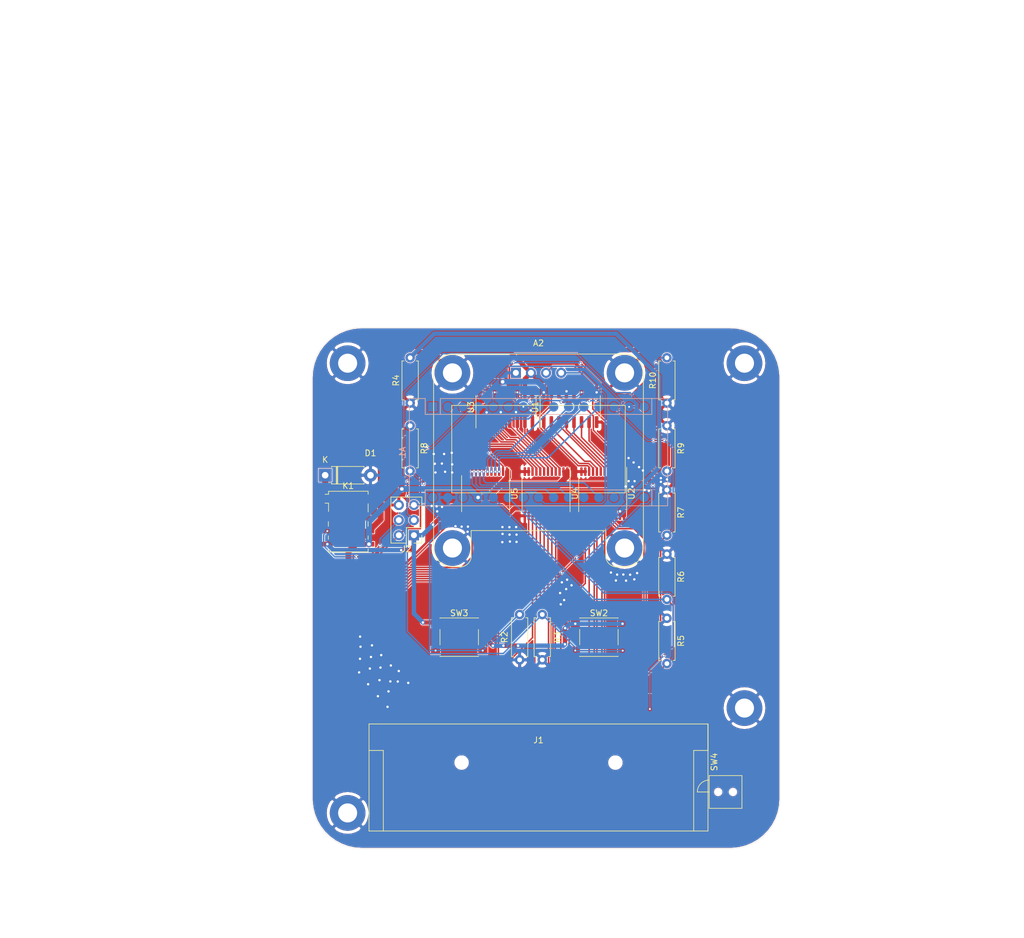
<source format=kicad_pcb>
(kicad_pcb (version 20171130) (host pcbnew "(5.1.7)-1")
  (layers (0 F.Cu signal) (31 B.Cu signal) (34 B.Paste user) (35 F.Paste user) (36 B.SilkS user) (37 F.SilkS user) (38 B.Mask user) (39 F.Mask user) (44 Edge.Cuts user))
  (net 0 "")
  (net 1 /Controller/SCK)
  (net 2 /Controller/MISO)
  (net 3 "Net-(A1-Pad30)")
  (net 4 "/Cart Detection/GB_CART_H")
  (net 5 "/Cartridge Slot/CART_CS")
  (net 6 "Net-(A1-Pad28)")
  (net 7 /Controller/D0)
  (net 8 +5V)
  (net 9 /Controller/D1)
  (net 10 "/Cartridge Slot/CART_RD")
  (net 11 /Controller/D2)
  (net 12 "/Cartridge Slot/CART_WR")
  (net 13 /Controller/D3)
  (net 14 /Controller/SCL)
  (net 15 /Controller/SWITCH_TRANSCEIVER)
  (net 16 /Controller/SDA)
  (net 17 /Controller/ADDRESS_LATCH)
  (net 18 /Controller/D7)
  (net 19 /Controller/ADDRESS_CLK)
  (net 20 /Controller/D6)
  (net 21 /Controller/ADDRESS_DATA)
  (net 22 /Controller/D5)
  (net 23 /Controller/D4)
  (net 24 "Net-(A1-Pad3)")
  (net 25 "Net-(A1-Pad18)")
  (net 26 "Net-(A1-Pad2)")
  (net 27 +3V3)
  (net 28 "Net-(A1-Pad1)")
  (net 29 GND)
  (net 30 "Net-(D1-Pad1)")
  (net 31 "Net-(J1-Pad31)")
  (net 32 "Net-(J1-Pad30)")
  (net 33 "/Cartridge Slot/TD7")
  (net 34 "/Cartridge Slot/TD6")
  (net 35 "/Cartridge Slot/TD5")
  (net 36 "/Cartridge Slot/TD4")
  (net 37 "/Cartridge Slot/TD3")
  (net 38 "/Cartridge Slot/TD2")
  (net 39 "/Cartridge Slot/TD1")
  (net 40 "/Cartridge Slot/TD0")
  (net 41 "/Cartridge Slot/A15")
  (net 42 "/Cartridge Slot/A14")
  (net 43 "/Cartridge Slot/A13")
  (net 44 "/Cartridge Slot/A12")
  (net 45 "/Cartridge Slot/A11")
  (net 46 "/Cartridge Slot/A10")
  (net 47 "/Cartridge Slot/A8")
  (net 48 "/Cartridge Slot/A7")
  (net 49 "/Cartridge Slot/A6")
  (net 50 "/Cartridge Slot/A5")
  (net 51 "/Cartridge Slot/A4")
  (net 52 "/Cartridge Slot/A3")
  (net 53 "/Cartridge Slot/A2")
  (net 54 "/Cartridge Slot/A1")
  (net 55 "/Cartridge Slot/A0")
  (net 56 "Net-(J1-Pad2)")
  (net 57 "/Cartridge Slot/A9")
  (net 58 "/Cart Detection/CART_VCC")
  (net 59 "Net-(K1-Pad2)")
  (net 60 "/Data I/O/QA_B")
  (net 61 "Net-(U1-Pad14)")
  (net 62 "/Data I/O/QH_B")
  (net 63 "/Data I/O/QG_B")
  (net 64 "/Data I/O/QF_B")
  (net 65 "/Data I/O/QE_B")
  (net 66 "/Data I/O/QD_B")
  (net 67 "/Data I/O/QC_B")
  (net 68 "/Data I/O/QB_B")
  (net 69 "/Data I/O/QA_A")
  (net 70 "/Data I/O/QH_A")
  (net 71 "/Data I/O/QG_A")
  (net 72 "/Data I/O/QF_A")
  (net 73 "/Data I/O/QE_A")
  (net 74 "/Data I/O/QD_A")
  (net 75 "/Data I/O/QC_A")
  (net 76 "/Data I/O/QB_A")
  (net 77 "Net-(U2-Pad22)")
  (module MountingHole:MountingHole_3.2mm_M3_ISO7380_Pad (layer F.Cu) (at 202.28 117.34)
    (fp_text reference REF** hide)
    (fp_text value MountingHole_3.2mm_M3_ISO7380_Pad)
    (pad "" thru_hole circle (at 0 0) (size 6 6) (drill 3.2) (layers *.Cu *.Mask) (net 29 GND))
  )
  (module MountingHole:MountingHole_3.2mm_M3_ISO7380_Pad (layer F.Cu) (at 135.54 134.97)
    (fp_text reference REF** hide)
    (fp_text value MountingHole_3.2mm_M3_ISO7380_Pad)
    (pad "" thru_hole circle (at 0 0) (size 6 6) (drill 3.2) (layers *.Cu *.Mask) (net 29 GND))
  )
  (module MountingHole:MountingHole_3.2mm_M3_ISO7380_Pad (layer F.Cu) (at 135.54 59.34)
    (fp_text reference REF** hide)
    (fp_text value MountingHole_3.2mm_M3_ISO7380_Pad)
    (pad "" thru_hole circle (at 0 0) (size 6 6) (drill 3.2) (layers *.Cu *.Mask) (net 29 GND))
  )
  (module MountingHole:MountingHole_3.2mm_M3_ISO7380_Pad (layer F.Cu) (at 202.28 59.34)
    (fp_text reference REF** hide)
    (fp_text value MountingHole_3.2mm_M3_ISO7380_Pad)
    (pad "" thru_hole circle (at 0 0) (size 6 6) (drill 3.2) (layers *.Cu *.Mask) (net 29 GND))
  )
  (module Module:Arduino_Nano_SMD (layer B.Cu) (at 149.86 66.675 270)
    (fp_text reference A1 (at 7.62 5.08 90) (layer B.SilkS) (effects (justify mirror)))
    (fp_text value Arduino_Nano_v3.x)
    (pad 1 smd rect (at 0 0 270) (size 1.6 1.6) (layers B.Cu B.Paste B.Mask) (net 28 "Net-(A1-Pad1)"))
    (pad 17 smd oval (at 15.24 -33.02 270) (size 1.6 1.6) (layers B.Cu B.Paste B.Mask) (net 27 +3V3))
    (pad 2 smd oval (at 0 -2.54 270) (size 1.6 1.6) (layers B.Cu B.Paste B.Mask) (net 26 "Net-(A1-Pad2)"))
    (pad 18 smd oval (at 15.24 -30.48 270) (size 1.6 1.6) (layers B.Cu B.Paste B.Mask) (net 25 "Net-(A1-Pad18)"))
    (pad 3 smd oval (at 0 -5.08 270) (size 1.6 1.6) (layers B.Cu B.Paste B.Mask) (net 24 "Net-(A1-Pad3)"))
    (pad 19 smd oval (at 15.24 -27.94 270) (size 1.6 1.6) (layers B.Cu B.Paste B.Mask) (net 23 /Controller/D4))
    (pad 4 smd oval (at 0 -7.62 270) (size 1.6 1.6) (layers B.Cu B.Paste B.Mask) (net 29 GND))
    (pad 20 smd oval (at 15.24 -25.4 270) (size 1.6 1.6) (layers B.Cu B.Paste B.Mask) (net 22 /Controller/D5))
    (pad 5 smd oval (at 0 -10.16 270) (size 1.6 1.6) (layers B.Cu B.Paste B.Mask) (net 21 /Controller/ADDRESS_DATA))
    (pad 21 smd oval (at 15.24 -22.86 270) (size 1.6 1.6) (layers B.Cu B.Paste B.Mask) (net 20 /Controller/D6))
    (pad 6 smd oval (at 0 -12.7 270) (size 1.6 1.6) (layers B.Cu B.Paste B.Mask) (net 19 /Controller/ADDRESS_CLK))
    (pad 22 smd oval (at 15.24 -20.32 270) (size 1.6 1.6) (layers B.Cu B.Paste B.Mask) (net 18 /Controller/D7))
    (pad 7 smd oval (at 0 -15.24 270) (size 1.6 1.6) (layers B.Cu B.Paste B.Mask) (net 17 /Controller/ADDRESS_LATCH))
    (pad 23 smd oval (at 15.24 -17.78 270) (size 1.6 1.6) (layers B.Cu B.Paste B.Mask) (net 16 /Controller/SDA))
    (pad 8 smd oval (at 0 -17.78 270) (size 1.6 1.6) (layers B.Cu B.Paste B.Mask) (net 15 /Controller/SWITCH_TRANSCEIVER))
    (pad 24 smd oval (at 15.24 -15.24 270) (size 1.6 1.6) (layers B.Cu B.Paste B.Mask) (net 14 /Controller/SCL))
    (pad 9 smd oval (at 0 -20.32 270) (size 1.6 1.6) (layers B.Cu B.Paste B.Mask) (net 13 /Controller/D3))
    (pad 25 smd oval (at 15.24 -12.7 270) (size 1.6 1.6) (layers B.Cu B.Paste B.Mask) (net 12 "/Cartridge Slot/CART_WR"))
    (pad 10 smd oval (at 0 -22.86 270) (size 1.6 1.6) (layers B.Cu B.Paste B.Mask) (net 11 /Controller/D2))
    (pad 26 smd oval (at 15.24 -10.16 270) (size 1.6 1.6) (layers B.Cu B.Paste B.Mask) (net 10 "/Cartridge Slot/CART_RD"))
    (pad 11 smd oval (at 0 -25.4 270) (size 1.6 1.6) (layers B.Cu B.Paste B.Mask) (net 9 /Controller/D1))
    (pad 27 smd oval (at 15.24 -7.62 270) (size 1.6 1.6) (layers B.Cu B.Paste B.Mask) (net 8 +5V))
    (pad 12 smd oval (at 0 -27.94 270) (size 1.6 1.6) (layers B.Cu B.Paste B.Mask) (net 7 /Controller/D0))
    (pad 28 smd oval (at 15.24 -5.08 270) (size 1.6 1.6) (layers B.Cu B.Paste B.Mask) (net 6 "Net-(A1-Pad28)"))
    (pad 13 smd oval (at 0 -30.48 270) (size 1.6 1.6) (layers B.Cu B.Paste B.Mask) (net 5 "/Cartridge Slot/CART_CS"))
    (pad 29 smd oval (at 15.24 -2.54 270) (size 1.6 1.6) (layers B.Cu B.Paste B.Mask) (net 29 GND))
    (pad 14 smd oval (at 0 -33.02 270) (size 1.6 1.6) (layers B.Cu B.Paste B.Mask) (net 4 "/Cart Detection/GB_CART_H"))
    (pad 30 smd oval (at 15.24 0 270) (size 1.6 1.6) (layers B.Cu B.Paste B.Mask) (net 3 "Net-(A1-Pad30)"))
    (pad 15 smd oval (at 0 -35.56 270) (size 1.6 1.6) (layers B.Cu B.Paste B.Mask) (net 2 /Controller/MISO))
    (pad 16 smd oval (at 15.24 -35.56 270) (size 1.6 1.6) (layers B.Cu B.Paste B.Mask) (net 1 /Controller/SCK))
  )
  (module dumper:Adafruit_SSD1306_I2C_Only (layer F.Cu) (at 158.75 60.96)
    (fp_text reference A2 (at 8.89 -5) (layer F.SilkS))
    (fp_text value SSD1306)
    (pad "" thru_hole circle (at -5.588 0) (size 6 6) (drill 3.2) (layers *.Cu *.Mask) (net 29 GND))
    (pad "" thru_hole circle (at 23.368 29.464) (size 6 6) (drill 3.2) (layers *.Cu *.Mask) (net 29 GND))
    (pad "" thru_hole circle (at -5.588 29.464) (size 6 6) (drill 3.2) (layers *.Cu *.Mask) (net 29 GND))
    (pad "" thru_hole circle (at 23.368 0) (size 6 6) (drill 3.2) (layers *.Cu *.Mask) (net 29 GND))
    (pad 1 thru_hole rect (at 5.08 0) (size 1.7 1.7) (drill 1) (layers *.Cu *.Mask) (net 29 GND))
    (pad 2 thru_hole circle (at 7.62 0) (size 1.7 1.7) (drill 1) (layers *.Cu *.Mask) (net 27 +3V3))
    (pad 3 thru_hole circle (at 10.16 0) (size 1.7 1.7) (drill 1) (layers *.Cu *.Mask) (net 14 /Controller/SCL))
    (pad 4 thru_hole circle (at 12.7 0) (size 1.7 1.7) (drill 1) (layers *.Cu *.Mask) (net 16 /Controller/SDA))
  )
  (module Diode_THT:D_DO-41_SOD81_P7.62mm_Horizontal (layer F.Cu) (at 131.7625 78.17612)
    (fp_text reference D1 (at 7.62 -3.72) (layer F.SilkS))
    (fp_text value 1N4004)
    (fp_text user K (at 0 -2.6) (layer F.SilkS))
    (pad 2 thru_hole oval (at 7.62 0) (size 2.2 2.2) (drill 1.1) (layers *.Cu *.Mask) (net 29 GND))
    (pad 1 thru_hole rect (at 0 0) (size 2.2 2.2) (drill 1.1) (layers *.Cu *.Mask) (net 30 "Net-(D1-Pad1)"))
  )
  (module Gameboy:DSL_Cartridge_Reader (layer F.Cu) (at 167.64 124.46 180)
    (fp_text reference J1 (at 0 1.7272 180) (layer F.SilkS))
    (fp_text value CartBus)
    (pad 32 smd rect (at 23.25 7 180) (size 1 5) (layers F.Cu F.Paste F.Mask) (net 29 GND))
    (pad 31 smd rect (at 21.75 7 180) (size 1 5) (layers F.Cu F.Paste F.Mask) (net 31 "Net-(J1-Pad31)"))
    (pad 30 smd rect (at 20.25 7 180) (size 1 5) (layers F.Cu F.Paste F.Mask) (net 32 "Net-(J1-Pad30)"))
    (pad 29 smd rect (at 18.75 7 180) (size 1 5) (layers F.Cu F.Paste F.Mask) (net 33 "/Cartridge Slot/TD7"))
    (pad 28 smd rect (at 17.25 7 180) (size 1 5) (layers F.Cu F.Paste F.Mask) (net 34 "/Cartridge Slot/TD6"))
    (pad 27 smd rect (at 15.75 7 180) (size 1 5) (layers F.Cu F.Paste F.Mask) (net 35 "/Cartridge Slot/TD5"))
    (pad 26 smd rect (at 14.25 7 180) (size 1 5) (layers F.Cu F.Paste F.Mask) (net 36 "/Cartridge Slot/TD4"))
    (pad 25 smd rect (at 12.75 7 180) (size 1 5) (layers F.Cu F.Paste F.Mask) (net 37 "/Cartridge Slot/TD3"))
    (pad 24 smd rect (at 11.25 7 180) (size 1 5) (layers F.Cu F.Paste F.Mask) (net 38 "/Cartridge Slot/TD2"))
    (pad 23 smd rect (at 9.75 7 180) (size 1 5) (layers F.Cu F.Paste F.Mask) (net 39 "/Cartridge Slot/TD1"))
    (pad 22 smd rect (at 8.25 7 180) (size 1 5) (layers F.Cu F.Paste F.Mask) (net 40 "/Cartridge Slot/TD0"))
    (pad 21 smd rect (at 6.75 7 180) (size 1 5) (layers F.Cu F.Paste F.Mask) (net 41 "/Cartridge Slot/A15"))
    (pad 20 smd rect (at 5.25 7 180) (size 1 5) (layers F.Cu F.Paste F.Mask) (net 42 "/Cartridge Slot/A14"))
    (pad 19 smd rect (at 3.75 7 180) (size 1 5) (layers F.Cu F.Paste F.Mask) (net 43 "/Cartridge Slot/A13"))
    (pad 18 smd rect (at 2.25 7 180) (size 1 5) (layers F.Cu F.Paste F.Mask) (net 44 "/Cartridge Slot/A12"))
    (pad 17 smd rect (at 0.75 7 180) (size 1 5) (layers F.Cu F.Paste F.Mask) (net 45 "/Cartridge Slot/A11"))
    (pad 16 smd rect (at -0.75 7 180) (size 1 5) (layers F.Cu F.Paste F.Mask) (net 46 "/Cartridge Slot/A10"))
    (pad 14 smd rect (at -3.75 7 180) (size 1 5) (layers F.Cu F.Paste F.Mask) (net 47 "/Cartridge Slot/A8"))
    (pad 13 smd rect (at -5.25 7 180) (size 1 5) (layers F.Cu F.Paste F.Mask) (net 48 "/Cartridge Slot/A7"))
    (pad 12 smd rect (at -6.75 7 180) (size 1 5) (layers F.Cu F.Paste F.Mask) (net 49 "/Cartridge Slot/A6"))
    (pad 11 smd rect (at -8.25 7 180) (size 1 5) (layers F.Cu F.Paste F.Mask) (net 50 "/Cartridge Slot/A5"))
    (pad 10 smd rect (at -9.75 7 180) (size 1 5) (layers F.Cu F.Paste F.Mask) (net 51 "/Cartridge Slot/A4"))
    (pad 9 smd rect (at -11.25 7 180) (size 1 5) (layers F.Cu F.Paste F.Mask) (net 52 "/Cartridge Slot/A3"))
    (pad 8 smd rect (at -12.75 7 180) (size 1 5) (layers F.Cu F.Paste F.Mask) (net 53 "/Cartridge Slot/A2"))
    (pad 7 smd rect (at -14.25 7 180) (size 1 5) (layers F.Cu F.Paste F.Mask) (net 54 "/Cartridge Slot/A1"))
    (pad 6 smd rect (at -15.75 7 180) (size 1 5) (layers F.Cu F.Paste F.Mask) (net 55 "/Cartridge Slot/A0"))
    (pad 5 smd rect (at -17.25 7 180) (size 1 5) (layers F.Cu F.Paste F.Mask) (net 5 "/Cartridge Slot/CART_CS"))
    (pad 4 smd rect (at -18.75 7 180) (size 1 5) (layers F.Cu F.Paste F.Mask) (net 10 "/Cartridge Slot/CART_RD"))
    (pad 3 smd rect (at -20.25 7 180) (size 1 5) (layers F.Cu F.Paste F.Mask) (net 12 "/Cartridge Slot/CART_WR"))
    (pad 2 smd rect (at -21.75 7 180) (size 1 5) (layers F.Cu F.Paste F.Mask) (net 56 "Net-(J1-Pad2)"))
    (pad 15 smd rect (at -2.25 7 180) (size 1 5) (layers F.Cu F.Paste F.Mask) (net 57 "/Cartridge Slot/A9"))
    (pad 1 smd rect (at -23.25 7 180) (size 1 5) (layers F.Cu F.Paste F.Mask) (net 58 "/Cart Detection/CART_VCC"))
    (pad GND smd rect (at -12.68204 -12.9208 180) (size 4.5 2) (layers F.Cu F.Paste F.Mask))
    (pad GND smd rect (at 12.68204 -12.9208 180) (size 4.5 2) (layers F.Cu F.Paste F.Mask))
    (pad "" np_thru_hole circle (at 12.93204 -2.04724 180) (size 2.2 2.2) (drill 2.2) (layers *.Cu *.Mask))
    (pad "" np_thru_hole circle (at -12.93204 -2.04724 180) (size 2.2 2.2) (drill 2.2) (layers *.Cu *.Mask))
  )
  (module Package_SO:TSSOP-24_6.1x7.8mm_P0.65mm (layer F.Cu) (at 158.75 81.28 270)
    (fp_text reference U5 (at 0 -4.85 90) (layer F.SilkS))
    (fp_text value SN74LVC8T245PWR)
    (pad 24 smd roundrect (at 3.7125 -3.575 270) (size 1.475 0.4) (layers F.Cu F.Paste F.Mask) (net 27 +3V3))
    (pad 23 smd roundrect (at 3.7125 -2.925 270) (size 1.475 0.4) (layers F.Cu F.Paste F.Mask) (net 27 +3V3))
    (pad 22 smd roundrect (at 3.7125 -2.275 270) (size 1.475 0.4) (layers F.Cu F.Paste F.Mask) (net 29 GND))
    (pad 21 smd roundrect (at 3.7125 -1.625 270) (size 1.475 0.4) (layers F.Cu F.Paste F.Mask) (net 40 "/Cartridge Slot/TD0"))
    (pad 20 smd roundrect (at 3.7125 -0.975 270) (size 1.475 0.4) (layers F.Cu F.Paste F.Mask) (net 39 "/Cartridge Slot/TD1"))
    (pad 19 smd roundrect (at 3.7125 -0.325 270) (size 1.475 0.4) (layers F.Cu F.Paste F.Mask) (net 38 "/Cartridge Slot/TD2"))
    (pad 18 smd roundrect (at 3.7125 0.325 270) (size 1.475 0.4) (layers F.Cu F.Paste F.Mask) (net 37 "/Cartridge Slot/TD3"))
    (pad 17 smd roundrect (at 3.7125 0.975 270) (size 1.475 0.4) (layers F.Cu F.Paste F.Mask) (net 36 "/Cartridge Slot/TD4"))
    (pad 16 smd roundrect (at 3.7125 1.625 270) (size 1.475 0.4) (layers F.Cu F.Paste F.Mask) (net 35 "/Cartridge Slot/TD5"))
    (pad 15 smd roundrect (at 3.7125 2.275 270) (size 1.475 0.4) (layers F.Cu F.Paste F.Mask) (net 34 "/Cartridge Slot/TD6"))
    (pad 14 smd roundrect (at 3.7125 2.925 270) (size 1.475 0.4) (layers F.Cu F.Paste F.Mask) (net 33 "/Cartridge Slot/TD7"))
    (pad 13 smd roundrect (at 3.7125 3.575 270) (size 1.475 0.4) (layers F.Cu F.Paste F.Mask) (net 29 GND))
    (pad 12 smd roundrect (at -3.7125 3.575 270) (size 1.475 0.4) (layers F.Cu F.Paste F.Mask) (net 29 GND))
    (pad 11 smd roundrect (at -3.7125 2.925 270) (size 1.475 0.4) (layers F.Cu F.Paste F.Mask) (net 29 GND))
    (pad 10 smd roundrect (at -3.7125 2.275 270) (size 1.475 0.4) (layers F.Cu F.Paste F.Mask) (net 18 /Controller/D7))
    (pad 9 smd roundrect (at -3.7125 1.625 270) (size 1.475 0.4) (layers F.Cu F.Paste F.Mask) (net 20 /Controller/D6))
    (pad 8 smd roundrect (at -3.7125 0.975 270) (size 1.475 0.4) (layers F.Cu F.Paste F.Mask) (net 22 /Controller/D5))
    (pad 7 smd roundrect (at -3.7125 0.325 270) (size 1.475 0.4) (layers F.Cu F.Paste F.Mask) (net 23 /Controller/D4))
    (pad 6 smd roundrect (at -3.7125 -0.325 270) (size 1.475 0.4) (layers F.Cu F.Paste F.Mask) (net 13 /Controller/D3))
    (pad 5 smd roundrect (at -3.7125 -0.975 270) (size 1.475 0.4) (layers F.Cu F.Paste F.Mask) (net 11 /Controller/D2))
    (pad 4 smd roundrect (at -3.7125 -1.625 270) (size 1.475 0.4) (layers F.Cu F.Paste F.Mask) (net 9 /Controller/D1))
    (pad 3 smd roundrect (at -3.7125 -2.275 270) (size 1.475 0.4) (layers F.Cu F.Paste F.Mask) (net 7 /Controller/D0))
    (pad 2 smd roundrect (at -3.7125 -2.925 270) (size 1.475 0.4) (layers F.Cu F.Paste F.Mask) (net 15 /Controller/SWITCH_TRANSCEIVER))
    (pad 1 smd roundrect (at -3.7125 -3.575 270) (size 1.475 0.4) (layers F.Cu F.Paste F.Mask) (net 8 +5V))
  )
  (module Package_SO:TSSOP-24_6.1x7.8mm_P0.65mm (layer F.Cu) (at 168.91 81.28 270)
    (fp_text reference U4 (at 0 -4.85 90) (layer F.SilkS))
    (fp_text value SN74LVC8T245PWR)
    (pad 24 smd roundrect (at 3.7125 -3.575 270) (size 1.475 0.4) (layers F.Cu F.Paste F.Mask) (net 27 +3V3))
    (pad 23 smd roundrect (at 3.7125 -2.925 270) (size 1.475 0.4) (layers F.Cu F.Paste F.Mask) (net 27 +3V3))
    (pad 22 smd roundrect (at 3.7125 -2.275 270) (size 1.475 0.4) (layers F.Cu F.Paste F.Mask) (net 29 GND))
    (pad 21 smd roundrect (at 3.7125 -1.625 270) (size 1.475 0.4) (layers F.Cu F.Paste F.Mask) (net 47 "/Cartridge Slot/A8"))
    (pad 20 smd roundrect (at 3.7125 -0.975 270) (size 1.475 0.4) (layers F.Cu F.Paste F.Mask) (net 57 "/Cartridge Slot/A9"))
    (pad 19 smd roundrect (at 3.7125 -0.325 270) (size 1.475 0.4) (layers F.Cu F.Paste F.Mask) (net 46 "/Cartridge Slot/A10"))
    (pad 18 smd roundrect (at 3.7125 0.325 270) (size 1.475 0.4) (layers F.Cu F.Paste F.Mask) (net 45 "/Cartridge Slot/A11"))
    (pad 17 smd roundrect (at 3.7125 0.975 270) (size 1.475 0.4) (layers F.Cu F.Paste F.Mask) (net 44 "/Cartridge Slot/A12"))
    (pad 16 smd roundrect (at 3.7125 1.625 270) (size 1.475 0.4) (layers F.Cu F.Paste F.Mask) (net 43 "/Cartridge Slot/A13"))
    (pad 15 smd roundrect (at 3.7125 2.275 270) (size 1.475 0.4) (layers F.Cu F.Paste F.Mask) (net 42 "/Cartridge Slot/A14"))
    (pad 14 smd roundrect (at 3.7125 2.925 270) (size 1.475 0.4) (layers F.Cu F.Paste F.Mask) (net 41 "/Cartridge Slot/A15"))
    (pad 13 smd roundrect (at 3.7125 3.575 270) (size 1.475 0.4) (layers F.Cu F.Paste F.Mask) (net 29 GND))
    (pad 12 smd roundrect (at -3.7125 3.575 270) (size 1.475 0.4) (layers F.Cu F.Paste F.Mask) (net 29 GND))
    (pad 11 smd roundrect (at -3.7125 2.925 270) (size 1.475 0.4) (layers F.Cu F.Paste F.Mask) (net 29 GND))
    (pad 10 smd roundrect (at -3.7125 2.275 270) (size 1.475 0.4) (layers F.Cu F.Paste F.Mask) (net 69 "/Data I/O/QA_A"))
    (pad 9 smd roundrect (at -3.7125 1.625 270) (size 1.475 0.4) (layers F.Cu F.Paste F.Mask) (net 76 "/Data I/O/QB_A"))
    (pad 8 smd roundrect (at -3.7125 0.975 270) (size 1.475 0.4) (layers F.Cu F.Paste F.Mask) (net 75 "/Data I/O/QC_A"))
    (pad 7 smd roundrect (at -3.7125 0.325 270) (size 1.475 0.4) (layers F.Cu F.Paste F.Mask) (net 74 "/Data I/O/QD_A"))
    (pad 6 smd roundrect (at -3.7125 -0.325 270) (size 1.475 0.4) (layers F.Cu F.Paste F.Mask) (net 73 "/Data I/O/QE_A"))
    (pad 5 smd roundrect (at -3.7125 -0.975 270) (size 1.475 0.4) (layers F.Cu F.Paste F.Mask) (net 72 "/Data I/O/QF_A"))
    (pad 4 smd roundrect (at -3.7125 -1.625 270) (size 1.475 0.4) (layers F.Cu F.Paste F.Mask) (net 71 "/Data I/O/QG_A"))
    (pad 3 smd roundrect (at -3.7125 -2.275 270) (size 1.475 0.4) (layers F.Cu F.Paste F.Mask) (net 70 "/Data I/O/QH_A"))
    (pad 2 smd roundrect (at -3.7125 -2.925 270) (size 1.475 0.4) (layers F.Cu F.Paste F.Mask) (net 8 +5V))
    (pad 1 smd roundrect (at -3.7125 -3.575 270) (size 1.475 0.4) (layers F.Cu F.Paste F.Mask) (net 8 +5V))
  )
  (module Package_SO:SOP-16_3.9x9.9mm_P1.27mm (layer F.Cu) (at 162.17646 66.7385 90)
    (fp_text reference U3 (at 0 -5.9 90) (layer F.SilkS))
    (fp_text value 74HC595)
    (pad 16 smd roundrect (at 2.5 -4.445 90) (size 2 0.6) (layers F.Cu F.Paste F.Mask) (net 8 +5V))
    (pad 15 smd roundrect (at 2.5 -3.175 90) (size 2 0.6) (layers F.Cu F.Paste F.Mask) (net 69 "/Data I/O/QA_A"))
    (pad 14 smd roundrect (at 2.5 -1.905 90) (size 2 0.6) (layers F.Cu F.Paste F.Mask) (net 21 /Controller/ADDRESS_DATA))
    (pad 13 smd roundrect (at 2.5 -0.635 90) (size 2 0.6) (layers F.Cu F.Paste F.Mask) (net 29 GND))
    (pad 12 smd roundrect (at 2.5 0.635 90) (size 2 0.6) (layers F.Cu F.Paste F.Mask) (net 17 /Controller/ADDRESS_LATCH))
    (pad 11 smd roundrect (at 2.5 1.905 90) (size 2 0.6) (layers F.Cu F.Paste F.Mask) (net 19 /Controller/ADDRESS_CLK))
    (pad 10 smd roundrect (at 2.5 3.175 90) (size 2 0.6) (layers F.Cu F.Paste F.Mask) (net 27 +3V3))
    (pad 9 smd roundrect (at 2.5 4.445 90) (size 2 0.6) (layers F.Cu F.Paste F.Mask) (net 61 "Net-(U1-Pad14)"))
    (pad 8 smd roundrect (at -2.5 4.445 90) (size 2 0.6) (layers F.Cu F.Paste F.Mask) (net 29 GND))
    (pad 7 smd roundrect (at -2.5 3.175 90) (size 2 0.6) (layers F.Cu F.Paste F.Mask) (net 70 "/Data I/O/QH_A"))
    (pad 6 smd roundrect (at -2.5 1.905 90) (size 2 0.6) (layers F.Cu F.Paste F.Mask) (net 71 "/Data I/O/QG_A"))
    (pad 5 smd roundrect (at -2.5 0.635 90) (size 2 0.6) (layers F.Cu F.Paste F.Mask) (net 72 "/Data I/O/QF_A"))
    (pad 4 smd roundrect (at -2.5 -0.635 90) (size 2 0.6) (layers F.Cu F.Paste F.Mask) (net 73 "/Data I/O/QE_A"))
    (pad 3 smd roundrect (at -2.5 -1.905 90) (size 2 0.6) (layers F.Cu F.Paste F.Mask) (net 74 "/Data I/O/QD_A"))
    (pad 2 smd roundrect (at -2.5 -3.175 90) (size 2 0.6) (layers F.Cu F.Paste F.Mask) (net 75 "/Data I/O/QC_A"))
    (pad 1 smd roundrect (at -2.5 -4.445 90) (size 2 0.6) (layers F.Cu F.Paste F.Mask) (net 76 "/Data I/O/QB_A"))
  )
  (module Package_SO:TSSOP-24_6.1x7.8mm_P0.65mm (layer F.Cu) (at 178.435 81.28 270)
    (fp_text reference U2 (at 0 -4.85 90) (layer F.SilkS))
    (fp_text value SN74LVC8T245PWR)
    (pad 24 smd roundrect (at 3.7125 -3.575 270) (size 1.475 0.4) (layers F.Cu F.Paste F.Mask) (net 27 +3V3))
    (pad 23 smd roundrect (at 3.7125 -2.925 270) (size 1.475 0.4) (layers F.Cu F.Paste F.Mask) (net 27 +3V3))
    (pad 22 smd roundrect (at 3.7125 -2.275 270) (size 1.475 0.4) (layers F.Cu F.Paste F.Mask) (net 77 "Net-(U2-Pad22)"))
    (pad 21 smd roundrect (at 3.7125 -1.625 270) (size 1.475 0.4) (layers F.Cu F.Paste F.Mask) (net 55 "/Cartridge Slot/A0"))
    (pad 20 smd roundrect (at 3.7125 -0.975 270) (size 1.475 0.4) (layers F.Cu F.Paste F.Mask) (net 54 "/Cartridge Slot/A1"))
    (pad 19 smd roundrect (at 3.7125 -0.325 270) (size 1.475 0.4) (layers F.Cu F.Paste F.Mask) (net 53 "/Cartridge Slot/A2"))
    (pad 18 smd roundrect (at 3.7125 0.325 270) (size 1.475 0.4) (layers F.Cu F.Paste F.Mask) (net 52 "/Cartridge Slot/A3"))
    (pad 17 smd roundrect (at 3.7125 0.975 270) (size 1.475 0.4) (layers F.Cu F.Paste F.Mask) (net 51 "/Cartridge Slot/A4"))
    (pad 16 smd roundrect (at 3.7125 1.625 270) (size 1.475 0.4) (layers F.Cu F.Paste F.Mask) (net 50 "/Cartridge Slot/A5"))
    (pad 15 smd roundrect (at 3.7125 2.275 270) (size 1.475 0.4) (layers F.Cu F.Paste F.Mask) (net 49 "/Cartridge Slot/A6"))
    (pad 14 smd roundrect (at 3.7125 2.925 270) (size 1.475 0.4) (layers F.Cu F.Paste F.Mask) (net 48 "/Cartridge Slot/A7"))
    (pad 13 smd roundrect (at 3.7125 3.575 270) (size 1.475 0.4) (layers F.Cu F.Paste F.Mask) (net 29 GND))
    (pad 12 smd roundrect (at -3.7125 3.575 270) (size 1.475 0.4) (layers F.Cu F.Paste F.Mask) (net 29 GND))
    (pad 11 smd roundrect (at -3.7125 2.925 270) (size 1.475 0.4) (layers F.Cu F.Paste F.Mask) (net 29 GND))
    (pad 10 smd roundrect (at -3.7125 2.275 270) (size 1.475 0.4) (layers F.Cu F.Paste F.Mask) (net 60 "/Data I/O/QA_B"))
    (pad 9 smd roundrect (at -3.7125 1.625 270) (size 1.475 0.4) (layers F.Cu F.Paste F.Mask) (net 68 "/Data I/O/QB_B"))
    (pad 8 smd roundrect (at -3.7125 0.975 270) (size 1.475 0.4) (layers F.Cu F.Paste F.Mask) (net 67 "/Data I/O/QC_B"))
    (pad 7 smd roundrect (at -3.7125 0.325 270) (size 1.475 0.4) (layers F.Cu F.Paste F.Mask) (net 66 "/Data I/O/QD_B"))
    (pad 6 smd roundrect (at -3.7125 -0.325 270) (size 1.475 0.4) (layers F.Cu F.Paste F.Mask) (net 65 "/Data I/O/QE_B"))
    (pad 5 smd roundrect (at -3.7125 -0.975 270) (size 1.475 0.4) (layers F.Cu F.Paste F.Mask) (net 64 "/Data I/O/QF_B"))
    (pad 4 smd roundrect (at -3.7125 -1.625 270) (size 1.475 0.4) (layers F.Cu F.Paste F.Mask) (net 63 "/Data I/O/QG_B"))
    (pad 3 smd roundrect (at -3.7125 -2.275 270) (size 1.475 0.4) (layers F.Cu F.Paste F.Mask) (net 62 "/Data I/O/QH_B"))
    (pad 2 smd roundrect (at -3.7125 -2.925 270) (size 1.475 0.4) (layers F.Cu F.Paste F.Mask) (net 8 +5V))
    (pad 1 smd roundrect (at -3.7125 -3.575 270) (size 1.475 0.4) (layers F.Cu F.Paste F.Mask) (net 8 +5V))
  )
  (module Package_SO:SOP-16_3.9x9.9mm_P1.27mm (layer F.Cu) (at 172.97146 66.7385 90)
    (fp_text reference U1 (at 0 -5.9 90) (layer F.SilkS))
    (fp_text value 74HC595)
    (pad 16 smd roundrect (at 2.5 -4.445 90) (size 2 0.6) (layers F.Cu F.Paste F.Mask) (net 8 +5V))
    (pad 15 smd roundrect (at 2.5 -3.175 90) (size 2 0.6) (layers F.Cu F.Paste F.Mask) (net 60 "/Data I/O/QA_B"))
    (pad 14 smd roundrect (at 2.5 -1.905 90) (size 2 0.6) (layers F.Cu F.Paste F.Mask) (net 61 "Net-(U1-Pad14)"))
    (pad 13 smd roundrect (at 2.5 -0.635 90) (size 2 0.6) (layers F.Cu F.Paste F.Mask) (net 29 GND))
    (pad 12 smd roundrect (at 2.5 0.635 90) (size 2 0.6) (layers F.Cu F.Paste F.Mask) (net 17 /Controller/ADDRESS_LATCH))
    (pad 11 smd roundrect (at 2.5 1.905 90) (size 2 0.6) (layers F.Cu F.Paste F.Mask) (net 19 /Controller/ADDRESS_CLK))
    (pad 10 smd roundrect (at 2.5 3.175 90) (size 2 0.6) (layers F.Cu F.Paste F.Mask) (net 27 +3V3))
    (pad 9 smd roundrect (at 2.5 4.445 90) (size 2 0.6) (layers F.Cu F.Paste F.Mask) (net 29 GND))
    (pad 8 smd roundrect (at -2.5 4.445 90) (size 2 0.6) (layers F.Cu F.Paste F.Mask) (net 29 GND))
    (pad 7 smd roundrect (at -2.5 3.175 90) (size 2 0.6) (layers F.Cu F.Paste F.Mask) (net 62 "/Data I/O/QH_B"))
    (pad 6 smd roundrect (at -2.5 1.905 90) (size 2 0.6) (layers F.Cu F.Paste F.Mask) (net 63 "/Data I/O/QG_B"))
    (pad 5 smd roundrect (at -2.5 0.635 90) (size 2 0.6) (layers F.Cu F.Paste F.Mask) (net 64 "/Data I/O/QF_B"))
    (pad 4 smd roundrect (at -2.5 -0.635 90) (size 2 0.6) (layers F.Cu F.Paste F.Mask) (net 65 "/Data I/O/QE_B"))
    (pad 3 smd roundrect (at -2.5 -1.905 90) (size 2 0.6) (layers F.Cu F.Paste F.Mask) (net 66 "/Data I/O/QD_B"))
    (pad 2 smd roundrect (at -2.5 -3.175 90) (size 2 0.6) (layers F.Cu F.Paste F.Mask) (net 67 "/Data I/O/QC_B"))
    (pad 1 smd roundrect (at -2.5 -4.445 90) (size 2 0.6) (layers F.Cu F.Paste F.Mask) (net 68 "/Data I/O/QB_B"))
  )
  (module dumper:KFC-C-15A (layer F.Cu) (at 199.1 131.445 90)
    (fp_text reference SW4 (at 5.05 -1.9 90) (layer F.SilkS))
    (fp_text value KFC-C-15A)
    (pad 2 smd rect (at 4.15 0 90) (size 3 2) (layers F.Cu F.Paste F.Mask) (net 30 "Net-(D1-Pad1)"))
    (pad 2 smd rect (at -4.15 0 90) (size 3 2) (layers F.Cu F.Paste F.Mask) (net 30 "Net-(D1-Pad1)"))
    (pad "" thru_hole oval (at 0 -1.25 90) (size 1.2 1.2) (drill 1.2) (layers *.Cu *.Mask))
    (pad "" thru_hole oval (at 0 1.25 90) (size 1.2 1.2) (drill 1.2) (layers *.Cu *.Mask))
    (pad 1 smd rect (at -1.75 4.45 90) (size 2 2.8) (layers F.Cu F.Paste F.Mask) (net 27 +3V3))
    (pad 2 smd rect (at 1.75 4.45 90) (size 2 2.8) (layers F.Cu F.Paste F.Mask) (net 30 "Net-(D1-Pad1)"))
  )
  (module Button_Switch_SMD:SW_Push_1P1T_NO_6x6mm_H9.5mm (layer F.Cu) (at 154.305 105.41)
    (fp_text reference SW3 (at 0 -4.05) (layer F.SilkS))
    (fp_text value SW_SPST)
    (pad 2 smd rect (at 3.975 2.25) (size 1.55 1.3) (layers F.Cu F.Paste F.Mask) (net 1 /Controller/SCK))
    (pad 1 smd rect (at 3.975 -2.25) (size 1.55 1.3) (layers F.Cu F.Paste F.Mask) (net 27 +3V3))
    (pad 1 smd rect (at -3.975 -2.25) (size 1.55 1.3) (layers F.Cu F.Paste F.Mask) (net 27 +3V3))
    (pad 2 smd rect (at -3.975 2.25) (size 1.55 1.3) (layers F.Cu F.Paste F.Mask) (net 1 /Controller/SCK))
  )
  (module Button_Switch_SMD:SW_Push_1P1T_NO_6x6mm_H9.5mm (layer F.Cu) (at 177.8 105.41)
    (fp_text reference SW2 (at 0 -4.05) (layer F.SilkS))
    (fp_text value SW_SPST)
    (pad 2 smd rect (at 3.975 2.25) (size 1.55 1.3) (layers F.Cu F.Paste F.Mask) (net 2 /Controller/MISO))
    (pad 1 smd rect (at 3.975 -2.25) (size 1.55 1.3) (layers F.Cu F.Paste F.Mask) (net 27 +3V3))
    (pad 1 smd rect (at -3.975 -2.25) (size 1.55 1.3) (layers F.Cu F.Paste F.Mask) (net 27 +3V3))
    (pad 2 smd rect (at -3.975 2.25) (size 1.55 1.3) (layers F.Cu F.Paste F.Mask) (net 2 /Controller/MISO))
  )
  (module Resistor_THT:R_Axial_DIN0207_L6.3mm_D2.5mm_P7.62mm_Horizontal (layer F.Cu) (at 189.23 66.04 90)
    (fp_text reference R10 (at 3.81 -2.37 90) (layer F.SilkS))
    (fp_text value 10K)
    (pad 2 thru_hole oval (at 7.62 0 90) (size 1.6 1.6) (drill 0.8) (layers *.Cu *.Mask) (net 15 /Controller/SWITCH_TRANSCEIVER))
    (pad 1 thru_hole circle (at 0 0 90) (size 1.6 1.6) (drill 0.8) (layers *.Cu *.Mask) (net 29 GND))
  )
  (module Resistor_THT:R_Axial_DIN0207_L6.3mm_D2.5mm_P7.62mm_Horizontal (layer F.Cu) (at 189.23 69.85 270)
    (fp_text reference R9 (at 3.81 -2.37 90) (layer F.SilkS))
    (fp_text value 10K)
    (pad 2 thru_hole oval (at 7.62 0 270) (size 1.6 1.6) (drill 0.8) (layers *.Cu *.Mask) (net 4 "/Cart Detection/GB_CART_H"))
    (pad 1 thru_hole circle (at 0 0 270) (size 1.6 1.6) (drill 0.8) (layers *.Cu *.Mask) (net 29 GND))
  )
  (module Resistor_THT:R_Axial_DIN0207_L6.3mm_D2.5mm_P7.62mm_Horizontal (layer F.Cu) (at 146.05 69.85 270)
    (fp_text reference R8 (at 3.81 -2.37 90) (layer F.SilkS))
    (fp_text value 10K)
    (pad 2 thru_hole oval (at 7.62 0 270) (size 1.6 1.6) (drill 0.8) (layers *.Cu *.Mask) (net 32 "Net-(J1-Pad30)"))
    (pad 1 thru_hole circle (at 0 0 270) (size 1.6 1.6) (drill 0.8) (layers *.Cu *.Mask) (net 58 "/Cart Detection/CART_VCC"))
  )
  (module Resistor_THT:R_Axial_DIN0207_L6.3mm_D2.5mm_P7.62mm_Horizontal (layer F.Cu) (at 189.23 80.645 270)
    (fp_text reference R7 (at 3.81 -2.37 90) (layer F.SilkS))
    (fp_text value 10K)
    (pad 2 thru_hole oval (at 7.62 0 270) (size 1.6 1.6) (drill 0.8) (layers *.Cu *.Mask) (net 5 "/Cartridge Slot/CART_CS"))
    (pad 1 thru_hole circle (at 0 0 270) (size 1.6 1.6) (drill 0.8) (layers *.Cu *.Mask) (net 29 GND))
  )
  (module Resistor_THT:R_Axial_DIN0207_L6.3mm_D2.5mm_P7.62mm_Horizontal (layer F.Cu) (at 189.23 91.44 270)
    (fp_text reference R6 (at 3.81 -2.37 90) (layer F.SilkS))
    (fp_text value 10K)
    (pad 2 thru_hole oval (at 7.62 0 270) (size 1.6 1.6) (drill 0.8) (layers *.Cu *.Mask) (net 10 "/Cartridge Slot/CART_RD"))
    (pad 1 thru_hole circle (at 0 0 270) (size 1.6 1.6) (drill 0.8) (layers *.Cu *.Mask) (net 29 GND))
  )
  (module Resistor_THT:R_Axial_DIN0207_L6.3mm_D2.5mm_P7.62mm_Horizontal (layer F.Cu) (at 189.23 102.235 270)
    (fp_text reference R5 (at 3.81 -2.37 90) (layer F.SilkS))
    (fp_text value 10K)
    (pad 2 thru_hole oval (at 7.62 0 270) (size 1.6 1.6) (drill 0.8) (layers *.Cu *.Mask) (net 12 "/Cartridge Slot/CART_WR"))
    (pad 1 thru_hole circle (at 0 0 270) (size 1.6 1.6) (drill 0.8) (layers *.Cu *.Mask) (net 29 GND))
  )
  (module Resistor_THT:R_Axial_DIN0207_L6.3mm_D2.5mm_P7.62mm_Horizontal (layer F.Cu) (at 146.05 66.04 90)
    (fp_text reference R4 (at 3.81 -2.37 90) (layer F.SilkS))
    (fp_text value 10K)
    (pad 2 thru_hole oval (at 7.62 0 90) (size 1.6 1.6) (drill 0.8) (layers *.Cu *.Mask) (net 27 +3V3))
    (pad 1 thru_hole circle (at 0 0 90) (size 1.6 1.6) (drill 0.8) (layers *.Cu *.Mask) (net 29 GND))
  )
  (module Resistor_THT:R_Axial_DIN0207_L6.3mm_D2.5mm_P7.62mm_Horizontal (layer F.Cu) (at 164.465 101.6 270)
    (fp_text reference R3 (at 3.81 -6.35 90) (layer F.SilkS))
    (fp_text value 10K)
    (pad 2 thru_hole oval (at 7.62 0 270) (size 1.6 1.6) (drill 0.8) (layers *.Cu *.Mask) (net 29 GND))
    (pad 1 thru_hole circle (at 0 0 270) (size 1.6 1.6) (drill 0.8) (layers *.Cu *.Mask) (net 1 /Controller/SCK))
  )
  (module Resistor_THT:R_Axial_DIN0207_L6.3mm_D2.5mm_P7.62mm_Horizontal (layer F.Cu) (at 168.275 109.22 90)
    (fp_text reference R2 (at 3.81 -6.35 90) (layer F.SilkS))
    (fp_text value 10K)
    (pad 2 thru_hole oval (at 7.62 0 90) (size 1.6 1.6) (drill 0.8) (layers *.Cu *.Mask) (net 2 /Controller/MISO))
    (pad 1 thru_hole circle (at 0 0 90) (size 1.6 1.6) (drill 0.8) (layers *.Cu *.Mask) (net 29 GND))
  )
  (module Relay_SMD:Relay_DPDT_Omron_G6K-2F-Y (layer F.Cu) (at 135.63092 85.96884)
    (fp_text reference K1 (at 0 -6) (layer F.SilkS))
    (fp_text value G6K-2)
    (pad 1 smd rect (at -3.5 -3.8) (size 1.8 0.8) (layers F.Cu F.Paste F.Mask) (net 30 "Net-(D1-Pad1)"))
    (pad 2 smd rect (at -3.5 -0.6) (size 1.8 0.8) (layers F.Cu F.Paste F.Mask) (net 59 "Net-(K1-Pad2)"))
    (pad 3 smd rect (at -3.5 1.6) (size 1.8 0.8) (layers F.Cu F.Paste F.Mask) (net 4 "/Cart Detection/GB_CART_H"))
    (pad 4 smd rect (at -3.5 3.8) (size 1.8 0.8) (layers F.Cu F.Paste F.Mask) (net 27 +3V3))
    (pad 5 smd rect (at 3.5 3.8) (size 1.8 0.8) (layers F.Cu F.Paste F.Mask) (net 8 +5V))
    (pad 6 smd rect (at 3.5 1.6) (size 1.8 0.8) (layers F.Cu F.Paste F.Mask) (net 58 "/Cart Detection/CART_VCC"))
    (pad 7 smd rect (at 3.5 -0.6) (size 1.8 0.8) (layers F.Cu F.Paste F.Mask) (net 27 +3V3))
    (pad 8 smd rect (at 3.5 -3.8) (size 1.8 0.8) (layers F.Cu F.Paste F.Mask) (net 29 GND))
  )
  (module Connector_PinHeader_2.54mm:PinHeader_2x03_P2.54mm_Vertical (layer F.Cu) (at 146.685 88.265 180)
    (fp_text reference J2 (at 1.27 -2.33) (layer F.SilkS))
    (fp_text value SPI)
    (pad 6 thru_hole oval (at 2.54 5.08 180) (size 1.7 1.7) (drill 1) (layers *.Cu *.Mask) (net 29 GND))
    (pad 5 thru_hole oval (at 0 5.08 180) (size 1.7 1.7) (drill 1) (layers *.Cu *.Mask) (net 1 /Controller/SCK))
    (pad 4 thru_hole oval (at 2.54 2.54 180) (size 1.7 1.7) (drill 1) (layers *.Cu *.Mask) (net 5 "/Cartridge Slot/CART_CS"))
    (pad 3 thru_hole oval (at 0 2.54 180) (size 1.7 1.7) (drill 1) (layers *.Cu *.Mask) (net 2 /Controller/MISO))
    (pad 2 thru_hole oval (at 2.54 0 180) (size 1.7 1.7) (drill 1) (layers *.Cu *.Mask) (net 4 "/Cart Detection/GB_CART_H"))
    (pad 1 thru_hole rect (at 0 0 180) (size 1.7 1.7) (drill 1) (layers *.Cu *.Mask) (net 27 +3V3))
  )
  (gr_arc (start 137.922 132.588) (end 129.54 132.588) (angle -90) (layer Edge.Cuts) (width 0.05))
  (gr_arc (start 199.898 61.722) (end 208.28 61.722) (angle -90) (layer Edge.Cuts) (width 0.05))
  (gr_arc (start 137.922 61.722) (end 137.922 53.34) (angle -90) (layer Edge.Cuts) (width 0.05))
  (gr_arc (start 199.898 132.588) (end 199.898 140.97) (angle -90) (layer Edge.Cuts) (width 0.05))
  (gr_line (start 137.922 53.34) (end 199.898 53.34) (layer Edge.Cuts) (width 0.05))
  (gr_line (start 129.54 132.588) (end 129.54 61.722) (layer Edge.Cuts) (width 0.05))
  (gr_line (start 139.7 140.97) (end 137.922 140.97) (layer Edge.Cuts) (width 0.05))
  (gr_line (start 199.898 140.97) (end 139.7 140.97) (layer Edge.Cuts) (width 0.05))
  (gr_line (start 208.28 132.588) (end 208.28 61.722) (layer Edge.Cuts) (width 0.05))
  (via (at 158.25978 107.66298) (size 0.5) (drill 0.3) (layers F.Cu B.Cu) (net 1))
  (segment (start 158.26276 107.66) (end 158.25978 107.66298) (width 0.25) (layer F.Cu) (net 1))
  (segment (start 158.28 107.66) (end 158.26276 107.66) (width 0.25) (layer F.Cu) (net 1))
  (via (at 150.33 107.66) (size 0.5) (drill 0.3) (layers F.Cu B.Cu) (net 1))
  (segment (start 150.33298 107.66298) (end 150.33 107.66) (width 0.25) (layer B.Cu) (net 1))
  (segment (start 158.25978 107.66298) (end 150.33298 107.66298) (width 0.25) (layer B.Cu) (net 1))
  (segment (start 150.33 107.66) (end 149.3414 107.66) (width 0.25) (layer B.Cu) (net 1))
  (segment (start 149.3414 107.66) (end 149.3414 89.4186) (width 0.25) (layer B.Cu) (net 1))
  (segment (start 149.3414 89.4186) (end 150.8887 87.8713) (width 0.25) (layer B.Cu) (net 1))
  (segment (start 150.8887 87.8713) (end 150.8887 85.5726) (width 0.25) (layer B.Cu) (net 1))
  (segment (start 148.5011 83.185) (end 146.685 83.185) (width 0.25) (layer B.Cu) (net 1))
  (segment (start 150.8887 85.5726) (end 148.5011 83.185) (width 0.25) (layer B.Cu) (net 1))
  (segment (start 164.32276 101.6) (end 164.465 101.6) (width 0.25) (layer B.Cu) (net 1))
  (segment (start 158.25978 107.66298) (end 164.32276 101.6) (width 0.25) (layer B.Cu) (net 1))
  (via (at 171.51096 94.55658) (size 0.5) (drill 0.3) (layers F.Cu B.Cu) (net 1))
  (segment (start 171.50842 94.55658) (end 171.51096 94.55658) (width 0.25) (layer B.Cu) (net 1))
  (segment (start 164.465 101.6) (end 171.50842 94.55658) (width 0.25) (layer B.Cu) (net 1))
  (via (at 174.06874 92.05976) (size 0.5) (drill 0.3) (layers F.Cu B.Cu) (net 1))
  (segment (start 174.00778 92.05976) (end 174.06874 92.05976) (width 0.25) (layer F.Cu) (net 1))
  (segment (start 171.51096 94.55658) (end 174.00778 92.05976) (width 0.25) (layer F.Cu) (net 1))
  (segment (start 184.567053 81.915) (end 185.42 81.915) (width 0.25) (layer B.Cu) (net 1))
  (segment (start 174.422293 92.05976) (end 184.567053 81.915) (width 0.25) (layer B.Cu) (net 1))
  (segment (start 174.06874 92.05976) (end 174.422293 92.05976) (width 0.25) (layer B.Cu) (net 1))
  (segment (start 181.77974 107.66) (end 181.80304 107.6833) (width 0.25) (layer F.Cu) (net 2))
  (via (at 181.80304 107.6833) (size 0.5) (drill 0.3) (layers F.Cu B.Cu) (net 2))
  (segment (start 181.775 107.66) (end 181.77974 107.66) (width 0.25) (layer F.Cu) (net 2))
  (via (at 173.825 107.66) (size 0.5) (drill 0.3) (layers F.Cu B.Cu) (net 2))
  (segment (start 173.8483 107.6833) (end 173.825 107.66) (width 0.25) (layer B.Cu) (net 2))
  (segment (start 181.80304 107.6833) (end 173.8483 107.6833) (width 0.25) (layer B.Cu) (net 2))
  (segment (start 173.825 107.15) (end 168.275 101.6) (width 0.25) (layer B.Cu) (net 2))
  (segment (start 173.825 107.66) (end 173.825 107.15) (width 0.25) (layer B.Cu) (net 2))
  (segment (start 145.582999 86.827001) (end 146.685 85.725) (width 0.25) (layer B.Cu) (net 2))
  (segment (start 145.582999 104.434771) (end 145.582999 86.827001) (width 0.25) (layer B.Cu) (net 2))
  (segment (start 149.313209 108.164981) (end 145.582999 104.434771) (width 0.25) (layer B.Cu) (net 2))
  (segment (start 161.710019 108.164981) (end 149.313209 108.164981) (width 0.25) (layer B.Cu) (net 2))
  (segment (start 168.275 101.6) (end 161.710019 108.164981) (width 0.25) (layer B.Cu) (net 2))
  (via (at 145.59788 81.64322) (size 0.5) (drill 0.3) (layers F.Cu B.Cu) (net 2))
  (segment (start 145.582999 81.658101) (end 145.59788 81.64322) (width 0.25) (layer B.Cu) (net 2))
  (segment (start 145.582999 84.622999) (end 145.582999 81.658101) (width 0.25) (layer B.Cu) (net 2))
  (segment (start 146.685 85.725) (end 145.582999 84.622999) (width 0.25) (layer B.Cu) (net 2))
  (via (at 145.62074 79.23784) (size 0.5) (drill 0.3) (layers F.Cu B.Cu) (net 2))
  (segment (start 145.59788 79.2607) (end 145.62074 79.23784) (width 0.25) (layer F.Cu) (net 2))
  (segment (start 145.59788 81.64322) (end 145.59788 79.2607) (width 0.25) (layer F.Cu) (net 2))
  (segment (start 145.62074 79.23784) (end 145.92554 78.93304) (width 0.25) (layer B.Cu) (net 2))
  (segment (start 151.601039 57.707999) (end 174.053037 57.707999) (width 0.25) (layer B.Cu) (net 2))
  (segment (start 174.053037 57.707999) (end 180.632438 64.2874) (width 0.25) (layer B.Cu) (net 2))
  (segment (start 144.997999 64.311039) (end 151.601039 57.707999) (width 0.25) (layer B.Cu) (net 2))
  (segment (start 144.997999 78.005499) (end 144.997999 64.311039) (width 0.25) (layer B.Cu) (net 2))
  (segment (start 145.92554 78.93304) (end 144.997999 78.005499) (width 0.25) (layer B.Cu) (net 2))
  (segment (start 183.0324 64.2874) (end 185.42 66.675) (width 0.25) (layer B.Cu) (net 2))
  (segment (start 180.632438 64.2874) (end 183.0324 64.2874) (width 0.25) (layer B.Cu) (net 2))
  (via (at 136.98474 91.90228) (size 0.5) (drill 0.3) (layers F.Cu B.Cu) (net 4))
  (segment (start 140.50772 91.90228) (end 136.98474 91.90228) (width 0.25) (layer F.Cu) (net 4))
  (segment (start 144.145 88.265) (end 140.50772 91.90228) (width 0.25) (layer F.Cu) (net 4))
  (via (at 132.13092 87.56884) (size 0.5) (drill 0.3) (layers F.Cu B.Cu) (net 4))
  (segment (start 131.503911 88.195849) (end 132.13092 87.56884) (width 0.25) (layer B.Cu) (net 4))
  (segment (start 131.503911 90.028557) (end 131.503911 88.195849) (width 0.25) (layer B.Cu) (net 4))
  (segment (start 133.377634 91.90228) (end 131.503911 90.028557) (width 0.25) (layer B.Cu) (net 4))
  (segment (start 136.98474 91.90228) (end 133.377634 91.90228) (width 0.25) (layer B.Cu) (net 4))
  (segment (start 147.787001 87.112599) (end 147.787001 74.849397) (width 0.25) (layer F.Cu) (net 4))
  (segment (start 147.736601 87.162999) (end 147.787001 87.112599) (width 0.25) (layer F.Cu) (net 4))
  (segment (start 145.247001 87.162999) (end 147.736601 87.162999) (width 0.25) (layer F.Cu) (net 4))
  (segment (start 144.145 88.265) (end 145.247001 87.162999) (width 0.25) (layer F.Cu) (net 4))
  (segment (start 183.894742 66.675) (end 182.88 66.675) (width 0.25) (layer F.Cu) (net 4))
  (segment (start 190.029999 72.810257) (end 183.894742 66.675) (width 0.25) (layer F.Cu) (net 4))
  (segment (start 190.029999 76.670001) (end 190.029999 72.810257) (width 0.25) (layer F.Cu) (net 4))
  (via (at 182.88 66.675) (size 0.5) (drill 0.3) (layers F.Cu B.Cu) (net 4))
  (segment (start 189.23 77.47) (end 190.029999 76.670001) (width 0.25) (layer F.Cu) (net 4))
  (via (at 148.94052 73.53046) (size 0.5) (drill 0.3) (layers F.Cu B.Cu) (net 4))
  (segment (start 147.787001 74.683979) (end 148.94052 73.53046) (width 0.25) (layer F.Cu) (net 4))
  (segment (start 147.787001 74.849397) (end 147.787001 74.683979) (width 0.25) (layer F.Cu) (net 4))
  (segment (start 182.486866 66.675) (end 182.88 66.675) (width 0.25) (layer B.Cu) (net 4))
  (segment (start 162.612981 59.857999) (end 175.669865 59.857999) (width 0.25) (layer B.Cu) (net 4))
  (segment (start 155.992001 66.478979) (end 162.612981 59.857999) (width 0.25) (layer B.Cu) (net 4))
  (segment (start 155.992001 67.179961) (end 155.992001 66.478979) (width 0.25) (layer B.Cu) (net 4))
  (segment (start 149.641502 73.53046) (end 155.992001 67.179961) (width 0.25) (layer B.Cu) (net 4))
  (segment (start 175.669865 59.857999) (end 182.486866 66.675) (width 0.25) (layer B.Cu) (net 4))
  (segment (start 148.94052 73.53046) (end 149.641502 73.53046) (width 0.25) (layer B.Cu) (net 4))
  (segment (start 188.177999 89.317001) (end 189.23 88.265) (width 0.25) (layer F.Cu) (net 5))
  (segment (start 188.177999 109.488345) (end 188.177999 89.317001) (width 0.25) (layer F.Cu) (net 5))
  (segment (start 184.89 112.776344) (end 188.177999 109.488345) (width 0.25) (layer F.Cu) (net 5))
  (segment (start 184.89 117.46) (end 184.89 112.776344) (width 0.25) (layer F.Cu) (net 5))
  (via (at 186.96686 72.3138) (size 0.5) (drill 0.3) (layers F.Cu B.Cu) (net 5))
  (segment (start 185.9788 72.3138) (end 186.96686 72.3138) (width 0.25) (layer B.Cu) (net 5))
  (segment (start 180.34 66.675) (end 185.9788 72.3138) (width 0.25) (layer B.Cu) (net 5))
  (via (at 188.79058 72.3138) (size 0.5) (drill 0.3) (layers F.Cu B.Cu) (net 5))
  (segment (start 186.96686 72.3138) (end 188.79058 72.3138) (width 0.25) (layer F.Cu) (net 5))
  (segment (start 190.282001 87.212999) (end 189.23 88.265) (width 0.25) (layer B.Cu) (net 5))
  (segment (start 190.282001 73.805221) (end 190.282001 87.212999) (width 0.25) (layer B.Cu) (net 5))
  (segment (start 188.79058 72.3138) (end 190.282001 73.805221) (width 0.25) (layer B.Cu) (net 5))
  (via (at 140.97762 90.01615) (size 0.5) (drill 0.3) (layers F.Cu B.Cu) (net 5))
  (segment (start 140.97762 88.89238) (end 140.97762 90.01615) (width 0.25) (layer B.Cu) (net 5))
  (segment (start 144.145 85.725) (end 140.97762 88.89238) (width 0.25) (layer B.Cu) (net 5))
  (segment (start 184.89 119.413602) (end 184.89 117.46) (width 0.25) (layer F.Cu) (net 5))
  (segment (start 184.091601 120.212001) (end 184.89 119.413602) (width 0.25) (layer F.Cu) (net 5))
  (segment (start 143.688399 120.212001) (end 184.091601 120.212001) (width 0.25) (layer F.Cu) (net 5))
  (segment (start 136.482739 113.006341) (end 143.688399 120.212001) (width 0.25) (layer F.Cu) (net 5))
  (segment (start 136.743779 91.400279) (end 136.482739 91.661319) (width 0.25) (layer F.Cu) (net 5))
  (segment (start 136.482739 91.661319) (end 136.482739 113.006341) (width 0.25) (layer F.Cu) (net 5))
  (segment (start 139.593491 91.400279) (end 136.743779 91.400279) (width 0.25) (layer F.Cu) (net 5))
  (segment (start 140.97762 90.01615) (end 139.593491 91.400279) (width 0.25) (layer F.Cu) (net 5))
  (segment (start 161.025 75.52774) (end 161.025 77.5675) (width 0.25) (layer B.Cu) (net 7))
  (segment (start 169.244484 75.230516) (end 161.322224 75.230516) (width 0.25) (layer B.Cu) (net 7))
  (segment (start 177.8 66.675) (end 169.244484 75.230516) (width 0.25) (layer B.Cu) (net 7))
  (segment (start 161.322224 75.230516) (end 161.025 75.52774) (width 0.25) (layer B.Cu) (net 7))
  (via (at 161.025 77.5675) (size 0.5) (drill 0.3) (layers F.Cu B.Cu) (net 7))
  (via (at 139.12596 89.76614) (size 0.8) (drill 0.6) (layers F.Cu B.Cu) (net 8))
  (segment (start 139.12866 89.76884) (end 139.12596 89.76614) (width 1) (layer F.Cu) (net 8))
  (segment (start 139.13092 89.76884) (end 139.12866 89.76884) (width 1) (layer F.Cu) (net 8))
  (segment (start 156.052999 80.487999) (end 157.48 81.915) (width 1) (layer B.Cu) (net 8))
  (segment (start 144.656039 80.487999) (end 156.052999 80.487999) (width 1) (layer B.Cu) (net 8))
  (segment (start 139.12596 86.018078) (end 144.656039 80.487999) (width 1) (layer B.Cu) (net 8))
  (segment (start 139.12596 89.76614) (end 139.12596 86.018078) (width 1) (layer B.Cu) (net 8))
  (segment (start 181.36 77.5675) (end 182.01 77.5675) (width 0.5) (layer F.Cu) (net 8))
  (segment (start 172.485 77.5675) (end 171.835 77.5675) (width 0.5) (layer F.Cu) (net 8))
  (via (at 157.48 81.915) (size 0.8) (drill 0.6) (layers F.Cu B.Cu) (net 8))
  (segment (start 162.50201 78.50614) (end 162.50201 77.5675) (width 1) (layer F.Cu) (net 8))
  (segment (start 157.48 81.915) (end 159.09315 81.915) (width 1) (layer F.Cu) (net 8))
  (segment (start 171.075785 79.714215) (end 161.293935 79.714215) (width 1) (layer F.Cu) (net 8))
  (segment (start 172.485 77.5675) (end 172.485 78.305) (width 1) (layer F.Cu) (net 8))
  (segment (start 172.485 78.305) (end 171.075785 79.714215) (width 1) (layer F.Cu) (net 8))
  (segment (start 161.293935 79.714215) (end 162.50201 78.50614) (width 1) (layer F.Cu) (net 8))
  (segment (start 159.09315 81.915) (end 161.293935 79.714215) (width 1) (layer F.Cu) (net 8))
  (segment (start 182.01 78.03315) (end 182.01 77.5675) (width 1) (layer F.Cu) (net 8))
  (segment (start 180.328935 79.714215) (end 182.01 78.03315) (width 1) (layer F.Cu) (net 8))
  (segment (start 171.075785 79.714215) (end 180.328935 79.714215) (width 1) (layer F.Cu) (net 8))
  (segment (start 157.73146 63.2385) (end 158.50628 62.46368) (width 1) (layer F.Cu) (net 8))
  (segment (start 157.73146 64.2385) (end 157.73146 63.2385) (width 1) (layer F.Cu) (net 8))
  (segment (start 167.50364 62.46368) (end 168.52645 63.48649) (width 1) (layer B.Cu) (net 8))
  (via (at 168.52646 64.2385) (size 0.6) (drill 0.4) (layers F.Cu B.Cu) (net 8))
  (segment (start 168.52645 64.23849) (end 168.52646 64.2385) (width 1) (layer B.Cu) (net 8))
  (segment (start 168.52645 63.48649) (end 168.52645 64.23849) (width 1) (layer B.Cu) (net 8))
  (via (at 161.6075 62.46368) (size 0.8) (drill 0.6) (layers F.Cu B.Cu) (net 8))
  (segment (start 161.45764 62.46368) (end 161.6075 62.46368) (width 1) (layer F.Cu) (net 8))
  (segment (start 158.50628 62.46368) (end 161.45764 62.46368) (width 1) (layer F.Cu) (net 8))
  (segment (start 161.6075 62.46368) (end 167.50364 62.46368) (width 1) (layer B.Cu) (net 8))
  (via (at 144.656039 80.487999) (size 0.8) (drill 0.6) (layers F.Cu B.Cu) (net 8))
  (segment (start 144.622999 80.454959) (end 144.656039 80.487999) (width 1) (layer F.Cu) (net 8))
  (segment (start 144.622999 76.550019) (end 144.622999 80.454959) (width 1) (layer F.Cu) (net 8))
  (segment (start 156.934518 64.2385) (end 144.622999 76.550019) (width 1) (layer F.Cu) (net 8))
  (segment (start 157.73146 64.2385) (end 156.934518 64.2385) (width 1) (layer F.Cu) (net 8))
  (segment (start 175.26 66.675) (end 167.081494 74.853506) (width 0.25) (layer B.Cu) (net 9))
  (segment (start 161.170326 74.853506) (end 161.1249 74.80808) (width 0.25) (layer B.Cu) (net 9))
  (segment (start 167.081494 74.853506) (end 161.170326 74.853506) (width 0.25) (layer B.Cu) (net 9))
  (segment (start 161.1249 74.80808) (end 160.982432 74.80808) (width 0.25) (layer B.Cu) (net 9))
  (via (at 160.375 77.5675) (size 0.5) (drill 0.3) (layers F.Cu B.Cu) (net 9))
  (segment (start 160.375 75.415512) (end 160.375 77.5675) (width 0.25) (layer B.Cu) (net 9))
  (segment (start 160.982432 74.80808) (end 160.375 75.415512) (width 0.25) (layer B.Cu) (net 9))
  (via (at 186.36996 117.49024) (size 0.5) (drill 0.3) (layers F.Cu B.Cu) (net 10))
  (segment (start 186.39 117.4702) (end 186.36996 117.49024) (width 0.25) (layer F.Cu) (net 10))
  (segment (start 186.39 117.46) (end 186.39 117.4702) (width 0.25) (layer F.Cu) (net 10))
  (segment (start 186.36996 110.83544) (end 188.69914 108.50626) (width 0.25) (layer B.Cu) (net 10))
  (via (at 188.69914 108.50626) (size 0.5) (drill 0.3) (layers F.Cu B.Cu) (net 10))
  (segment (start 186.36996 117.49024) (end 186.36996 110.83544) (width 0.25) (layer B.Cu) (net 10))
  (segment (start 190.282001 100.112001) (end 189.23 99.06) (width 0.25) (layer F.Cu) (net 10))
  (segment (start 190.282001 106.923399) (end 190.282001 100.112001) (width 0.25) (layer F.Cu) (net 10))
  (segment (start 188.69914 108.50626) (end 190.282001 106.923399) (width 0.25) (layer F.Cu) (net 10))
  (segment (start 177.165 99.06) (end 189.23 99.06) (width 0.25) (layer B.Cu) (net 10))
  (segment (start 160.02 81.915) (end 177.165 99.06) (width 0.25) (layer B.Cu) (net 10))
  (segment (start 160.83425 74.42309) (end 159.725 75.53234) (width 0.25) (layer B.Cu) (net 11))
  (segment (start 159.725 75.53234) (end 159.725 77.5675) (width 0.25) (layer B.Cu) (net 11))
  (segment (start 164.97191 74.42309) (end 160.83425 74.42309) (width 0.25) (layer B.Cu) (net 11))
  (segment (start 172.72 66.675) (end 164.97191 74.42309) (width 0.25) (layer B.Cu) (net 11))
  (via (at 159.725 77.5675) (size 0.5) (drill 0.3) (layers F.Cu B.Cu) (net 11))
  (segment (start 187.89 111.195) (end 189.23 109.855) (width 0.25) (layer F.Cu) (net 12))
  (segment (start 187.89 117.46) (end 187.89 111.195) (width 0.25) (layer F.Cu) (net 12))
  (segment (start 190.282001 108.802999) (end 189.23 109.855) (width 0.25) (layer B.Cu) (net 12))
  (segment (start 190.282001 98.555039) (end 190.282001 108.802999) (width 0.25) (layer B.Cu) (net 12))
  (segment (start 189.734961 98.007999) (end 190.282001 98.555039) (width 0.25) (layer B.Cu) (net 12))
  (segment (start 178.652999 98.007999) (end 189.734961 98.007999) (width 0.25) (layer B.Cu) (net 12))
  (segment (start 162.56 81.915) (end 178.652999 98.007999) (width 0.25) (layer B.Cu) (net 12))
  (segment (start 170.18 66.675) (end 162.80892 74.04608) (width 0.25) (layer B.Cu) (net 13))
  (segment (start 162.80892 74.04608) (end 160.57118 74.04608) (width 0.25) (layer B.Cu) (net 13))
  (via (at 159.075 77.5675) (size 0.5) (drill 0.3) (layers F.Cu B.Cu) (net 13))
  (segment (start 159.075 75.54226) (end 159.075 77.5675) (width 0.25) (layer B.Cu) (net 13))
  (segment (start 160.57118 74.04608) (end 159.075 75.54226) (width 0.25) (layer B.Cu) (net 13))
  (segment (start 186.89066 82.001302) (end 186.89066 79.89062) (width 0.25) (layer B.Cu) (net 14))
  (segment (start 175.320279 92.561761) (end 184.915039 82.967001) (width 0.25) (layer B.Cu) (net 14))
  (segment (start 173.827779 92.561761) (end 175.320279 92.561761) (width 0.25) (layer B.Cu) (net 14))
  (via (at 186.89066 79.89062) (size 0.5) (drill 0.3) (layers F.Cu B.Cu) (net 14))
  (segment (start 184.915039 82.967001) (end 185.924961 82.967001) (width 0.25) (layer B.Cu) (net 14))
  (segment (start 165.1 83.833982) (end 173.827779 92.561761) (width 0.25) (layer B.Cu) (net 14))
  (segment (start 185.924961 82.967001) (end 186.89066 82.001302) (width 0.25) (layer B.Cu) (net 14))
  (segment (start 165.1 81.915) (end 165.1 83.833982) (width 0.25) (layer B.Cu) (net 14))
  (segment (start 170.012001 59.857999) (end 168.91 60.96) (width 0.25) (layer F.Cu) (net 14))
  (segment (start 173.652685 59.857999) (end 170.012001 59.857999) (width 0.25) (layer F.Cu) (net 14))
  (segment (start 176.773469 62.978783) (end 173.652685 59.857999) (width 0.25) (layer F.Cu) (net 14))
  (segment (start 176.77347 67.026982) (end 176.773469 62.978783) (width 0.25) (layer F.Cu) (net 14))
  (segment (start 186.89066 77.144172) (end 176.77347 67.026982) (width 0.25) (layer F.Cu) (net 14))
  (segment (start 186.89066 79.89062) (end 186.89066 77.144172) (width 0.25) (layer F.Cu) (net 14))
  (via (at 187.4012 59.23534) (size 0.5) (drill 0.3) (layers F.Cu B.Cu) (net 15))
  (segment (start 188.21654 58.42) (end 187.4012 59.23534) (width 0.25) (layer B.Cu) (net 15))
  (segment (start 189.23 58.42) (end 188.21654 58.42) (width 0.25) (layer B.Cu) (net 15))
  (segment (start 174.522448 65.87998) (end 171.45254 65.87998) (width 0.25) (layer F.Cu) (net 15))
  (segment (start 176.86445 68.221982) (end 174.522448 65.87998) (width 0.25) (layer F.Cu) (net 15))
  (segment (start 176.86445 70.607372) (end 176.86445 68.221982) (width 0.25) (layer F.Cu) (net 15))
  (segment (start 186.649699 80.392621) (end 176.86445 70.607372) (width 0.25) (layer F.Cu) (net 15))
  (segment (start 187.131621 80.392621) (end 186.649699 80.392621) (width 0.25) (layer F.Cu) (net 15))
  (via (at 171.45254 65.87998) (size 0.5) (drill 0.3) (layers F.Cu B.Cu) (net 15))
  (segment (start 187.392661 80.131581) (end 187.131621 80.392621) (width 0.25) (layer F.Cu) (net 15))
  (segment (start 187.392661 77.113001) (end 187.392661 80.131581) (width 0.25) (layer F.Cu) (net 15))
  (segment (start 181.020144 70.740484) (end 187.392661 77.113001) (width 0.25) (layer F.Cu) (net 15))
  (segment (start 181.020144 66.870818) (end 181.020144 70.740484) (width 0.25) (layer F.Cu) (net 15))
  (segment (start 187.4012 60.489762) (end 181.020144 66.870818) (width 0.25) (layer F.Cu) (net 15))
  (segment (start 187.4012 59.23534) (end 187.4012 60.489762) (width 0.25) (layer F.Cu) (net 15))
  (segment (start 168.692001 65.622999) (end 167.64 66.675) (width 0.25) (layer B.Cu) (net 15))
  (segment (start 171.195559 65.622999) (end 168.692001 65.622999) (width 0.25) (layer B.Cu) (net 15))
  (segment (start 171.45254 65.87998) (end 171.195559 65.622999) (width 0.25) (layer B.Cu) (net 15))
  (via (at 159.44342 74.42454) (size 0.5) (drill 0.3) (layers F.Cu B.Cu) (net 15))
  (segment (start 161.675 76.65612) (end 159.44342 74.42454) (width 0.25) (layer F.Cu) (net 15))
  (segment (start 161.675 77.5675) (end 161.675 76.65612) (width 0.25) (layer F.Cu) (net 15))
  (segment (start 159.44342 74.42454) (end 159.44342 72.58558) (width 0.25) (layer B.Cu) (net 15))
  (segment (start 159.44342 72.58558) (end 160.78708 71.24192) (width 0.25) (layer B.Cu) (net 15))
  (segment (start 160.78708 71.24192) (end 160.83788 71.24192) (width 0.25) (layer B.Cu) (net 15))
  (segment (start 160.83788 71.24192) (end 163.3728 68.707) (width 0.25) (layer B.Cu) (net 15))
  (segment (start 163.3728 68.707) (end 165.9763 68.707) (width 0.25) (layer B.Cu) (net 15))
  (segment (start 167.64 67.0433) (end 167.64 66.675) (width 0.25) (layer B.Cu) (net 15))
  (segment (start 165.9763 68.707) (end 167.64 67.0433) (width 0.25) (layer B.Cu) (net 15))
  (segment (start 173.75124 60.96) (end 171.45 60.96) (width 0.25) (layer B.Cu) (net 16))
  (segment (start 175.201462 60.96) (end 173.75124 60.96) (width 0.25) (layer B.Cu) (net 16))
  (segment (start 178.852001 64.610539) (end 175.201462 60.96) (width 0.25) (layer B.Cu) (net 16))
  (segment (start 178.852001 82.419961) (end 178.852001 64.610539) (width 0.25) (layer B.Cu) (net 16))
  (segment (start 178.304961 82.967001) (end 178.852001 82.419961) (width 0.25) (layer B.Cu) (net 16))
  (segment (start 168.692001 82.967001) (end 178.304961 82.967001) (width 0.25) (layer B.Cu) (net 16))
  (segment (start 167.64 81.915) (end 168.692001 82.967001) (width 0.25) (layer B.Cu) (net 16))
  (via (at 165.09238 66.65722) (size 0.5) (drill 0.3) (layers F.Cu B.Cu) (net 17))
  (segment (start 165.1 66.66484) (end 165.09238 66.65722) (width 0.25) (layer B.Cu) (net 17))
  (segment (start 165.1 66.675) (end 165.1 66.66484) (width 0.25) (layer B.Cu) (net 17))
  (segment (start 162.81146 64.729853) (end 162.81146 64.2385) (width 0.25) (layer F.Cu) (net 17))
  (segment (start 164.738827 66.65722) (end 162.81146 64.729853) (width 0.25) (layer F.Cu) (net 17))
  (segment (start 165.09238 66.65722) (end 164.738827 66.65722) (width 0.25) (layer F.Cu) (net 17))
  (segment (start 173.60646 63.2385) (end 173.60646 64.2385) (width 0.25) (layer F.Cu) (net 17))
  (segment (start 173.35445 62.98649) (end 173.60646 63.2385) (width 0.25) (layer F.Cu) (net 17))
  (segment (start 168.209942 62.98649) (end 173.35445 62.98649) (width 0.25) (layer F.Cu) (net 17))
  (segment (start 167.97445 63.221982) (end 168.209942 62.98649) (width 0.25) (layer F.Cu) (net 17))
  (segment (start 166.0127 66.65722) (end 167.97445 64.69547) (width 0.25) (layer F.Cu) (net 17))
  (segment (start 167.97445 64.69547) (end 167.97445 63.221982) (width 0.25) (layer F.Cu) (net 17))
  (segment (start 165.09238 66.65722) (end 166.0127 66.65722) (width 0.25) (layer F.Cu) (net 17))
  (segment (start 170.18 81.915) (end 168.85158 80.58658) (width 0.25) (layer B.Cu) (net 18))
  (segment (start 168.85158 80.58658) (end 157.46222 80.58658) (width 0.25) (layer B.Cu) (net 18))
  (segment (start 157.46222 80.58658) (end 156.475 79.59936) (width 0.25) (layer B.Cu) (net 18))
  (via (at 156.475 77.5675) (size 0.5) (drill 0.3) (layers F.Cu B.Cu) (net 18))
  (segment (start 156.475 79.59936) (end 156.475 77.5675) (width 0.25) (layer B.Cu) (net 18))
  (via (at 164.08146 64.2385) (size 0.5) (drill 0.3) (layers F.Cu B.Cu) (net 19))
  (segment (start 164.08146 65.15354) (end 164.08146 64.2385) (width 0.25) (layer B.Cu) (net 19))
  (segment (start 162.56 66.675) (end 164.08146 65.15354) (width 0.25) (layer B.Cu) (net 19))
  (segment (start 164.08146 64.2385) (end 164.08146 65.2385) (width 0.25) (layer F.Cu) (net 19))
  (via (at 174.87646 64.2385) (size 0.5) (drill 0.3) (layers F.Cu B.Cu) (net 19))
  (segment (start 164.833469 64.990509) (end 164.08146 64.2385) (width 0.25) (layer B.Cu) (net 19))
  (segment (start 174.124451 64.990509) (end 164.833469 64.990509) (width 0.25) (layer B.Cu) (net 19))
  (segment (start 174.87646 64.2385) (end 174.124451 64.990509) (width 0.25) (layer B.Cu) (net 19))
  (segment (start 157.618382 80.20957) (end 157.125 79.716188) (width 0.25) (layer B.Cu) (net 20))
  (segment (start 171.01457 80.20957) (end 157.618382 80.20957) (width 0.25) (layer B.Cu) (net 20))
  (segment (start 172.72 81.915) (end 171.01457 80.20957) (width 0.25) (layer B.Cu) (net 20))
  (via (at 157.125 77.5675) (size 0.5) (drill 0.3) (layers F.Cu B.Cu) (net 20))
  (segment (start 157.125 79.716188) (end 157.125 77.5675) (width 0.25) (layer B.Cu) (net 20))
  (via (at 160.27146 64.2385) (size 0.5) (drill 0.3) (layers F.Cu B.Cu) (net 21))
  (segment (start 160.02 64.48996) (end 160.27146 64.2385) (width 0.25) (layer B.Cu) (net 21))
  (segment (start 160.02 66.675) (end 160.02 64.48996) (width 0.25) (layer B.Cu) (net 21))
  (segment (start 158.03154 79.83256) (end 157.77718 79.5782) (width 0.25) (layer B.Cu) (net 22))
  (segment (start 173.17756 79.83256) (end 158.03154 79.83256) (width 0.25) (layer B.Cu) (net 22))
  (segment (start 175.26 81.915) (end 173.17756 79.83256) (width 0.25) (layer B.Cu) (net 22))
  (via (at 157.775 77.5675) (size 0.5) (drill 0.3) (layers F.Cu B.Cu) (net 22))
  (segment (start 157.77718 77.56968) (end 157.775 77.5675) (width 0.25) (layer B.Cu) (net 22))
  (segment (start 157.77718 79.5782) (end 157.77718 77.56968) (width 0.25) (layer B.Cu) (net 22))
  (segment (start 158.425 79.05508) (end 158.425 77.5675) (width 0.25) (layer B.Cu) (net 23))
  (segment (start 158.82547 79.45555) (end 158.425 79.05508) (width 0.25) (layer B.Cu) (net 23))
  (segment (start 175.34055 79.45555) (end 158.82547 79.45555) (width 0.25) (layer B.Cu) (net 23))
  (segment (start 177.8 81.915) (end 175.34055 79.45555) (width 0.25) (layer B.Cu) (net 23))
  (via (at 158.425 77.5675) (size 0.5) (drill 0.3) (layers F.Cu B.Cu) (net 23))
  (segment (start 136.534522 85.36884) (end 139.13092 85.36884) (width 0.75) (layer F.Cu) (net 27))
  (segment (start 132.134522 89.76884) (end 136.534522 85.36884) (width 0.75) (layer F.Cu) (net 27))
  (segment (start 132.13092 89.76884) (end 132.134522 89.76884) (width 0.75) (layer F.Cu) (net 27))
  (via (at 132.13092 89.76884) (size 0.6) (drill 0.4) (layers F.Cu B.Cu) (net 27))
  (via (at 144.5387 90.77706) (size 0.6) (drill 0.4) (layers F.Cu B.Cu) (net 27))
  (segment (start 144.52979 90.76815) (end 144.5387 90.77706) (width 0.75) (layer B.Cu) (net 27))
  (segment (start 133.13023 90.76815) (end 144.52979 90.76815) (width 0.75) (layer B.Cu) (net 27))
  (segment (start 132.13092 89.76884) (end 133.13023 90.76815) (width 0.75) (layer B.Cu) (net 27))
  (segment (start 144.5387 90.77706) (end 146.02206 90.77706) (width 0.75) (layer F.Cu) (net 27))
  (segment (start 146.685 90.11412) (end 146.685 88.265) (width 0.75) (layer F.Cu) (net 27))
  (segment (start 146.02206 90.77706) (end 146.685 90.11412) (width 0.75) (layer F.Cu) (net 27))
  (segment (start 165.35146 61.97854) (end 166.37 60.96) (width 0.75) (layer F.Cu) (net 27))
  (segment (start 165.35146 64.2385) (end 165.35146 61.97854) (width 0.75) (layer F.Cu) (net 27))
  (segment (start 167.722001 62.312001) (end 166.37 60.96) (width 0.75) (layer F.Cu) (net 27))
  (segment (start 175.219961 62.312001) (end 167.722001 62.312001) (width 0.75) (layer F.Cu) (net 27))
  (segment (start 176.14646 63.2385) (end 175.219961 62.312001) (width 0.75) (layer F.Cu) (net 27))
  (segment (start 176.14646 64.2385) (end 176.14646 63.2385) (width 0.75) (layer F.Cu) (net 27))
  (segment (start 147.012001 57.457999) (end 146.05 58.42) (width 0.75) (layer F.Cu) (net 27))
  (segment (start 162.867999 57.457999) (end 147.012001 57.457999) (width 0.75) (layer F.Cu) (net 27))
  (segment (start 166.37 60.96) (end 162.867999 57.457999) (width 0.75) (layer F.Cu) (net 27))
  (segment (start 187.927999 61.587037) (end 180.709662 54.3687) (width 0.75) (layer B.Cu) (net 27))
  (segment (start 187.927999 76.867001) (end 187.927999 61.587037) (width 0.75) (layer B.Cu) (net 27))
  (segment (start 182.88 81.915) (end 187.927999 76.867001) (width 0.75) (layer B.Cu) (net 27))
  (segment (start 150.1013 54.3687) (end 146.05 58.42) (width 0.75) (layer B.Cu) (net 27))
  (segment (start 180.709662 54.3687) (end 150.1013 54.3687) (width 0.75) (layer B.Cu) (net 27))
  (segment (start 182.01 84.9925) (end 181.36 84.9925) (width 0.5) (layer F.Cu) (net 27))
  (segment (start 172.485 84.9925) (end 171.835 84.9925) (width 0.5) (layer F.Cu) (net 27))
  (segment (start 162.325 84.9925) (end 161.675 84.9925) (width 0.5) (layer F.Cu) (net 27))
  (via (at 181.34838 84.24418) (size 0.6) (drill 0.4) (layers F.Cu B.Cu) (net 27))
  (segment (start 182.88 82.71256) (end 181.34838 84.24418) (width 0.75) (layer B.Cu) (net 27))
  (segment (start 182.88 81.915) (end 182.88 82.71256) (width 0.75) (layer B.Cu) (net 27))
  (segment (start 181.41201 84.39451) (end 181.41201 84.24418) (width 0.75) (layer F.Cu) (net 27))
  (segment (start 182.01 84.9925) (end 181.41201 84.39451) (width 0.75) (layer F.Cu) (net 27))
  (segment (start 173.72451 83.75299) (end 172.485 84.9925) (width 0.75) (layer F.Cu) (net 27))
  (segment (start 181.50799 83.75299) (end 173.72451 83.75299) (width 0.75) (layer F.Cu) (net 27))
  (segment (start 182.01 84.255) (end 181.50799 83.75299) (width 0.75) (layer F.Cu) (net 27))
  (segment (start 182.01 84.9925) (end 182.01 84.255) (width 0.75) (layer F.Cu) (net 27))
  (segment (start 163.56451 83.75299) (end 162.325 84.9925) (width 0.75) (layer F.Cu) (net 27))
  (segment (start 171.98299 83.75299) (end 163.56451 83.75299) (width 0.75) (layer F.Cu) (net 27))
  (segment (start 172.485 84.255) (end 171.98299 83.75299) (width 0.75) (layer F.Cu) (net 27))
  (segment (start 172.485 84.9925) (end 172.485 84.255) (width 0.75) (layer F.Cu) (net 27))
  (via (at 149.8981 86.4997) (size 0.6) (drill 0.4) (layers F.Cu B.Cu) (net 27))
  (segment (start 148.1328 88.265) (end 149.8981 86.4997) (width 0.75) (layer B.Cu) (net 27))
  (segment (start 146.685 88.265) (end 148.1328 88.265) (width 0.75) (layer B.Cu) (net 27))
  (segment (start 162.325 84.255) (end 162.325 84.9925) (width 0.75) (layer F.Cu) (net 27))
  (segment (start 161.44598 83.37598) (end 162.325 84.255) (width 0.75) (layer F.Cu) (net 27))
  (segment (start 153.02182 83.37598) (end 161.44598 83.37598) (width 0.75) (layer F.Cu) (net 27))
  (segment (start 149.8981 86.4997) (end 153.02182 83.37598) (width 0.75) (layer F.Cu) (net 27))
  (segment (start 146.685 101.42982) (end 148.19376 102.93858) (width 0.75) (layer B.Cu) (net 27))
  (via (at 148.19376 102.93858) (size 0.6) (drill 0.4) (layers F.Cu B.Cu) (net 27))
  (segment (start 146.685 88.265) (end 146.685 101.42982) (width 0.75) (layer B.Cu) (net 27))
  (segment (start 150.10858 102.93858) (end 150.33 103.16) (width 0.75) (layer F.Cu) (net 27))
  (segment (start 148.19376 102.93858) (end 150.10858 102.93858) (width 0.75) (layer F.Cu) (net 27))
  (segment (start 150.33 103.16) (end 158.28 103.16) (width 0.75) (layer F.Cu) (net 27))
  (via (at 159.9692 106.8451) (size 0.6) (drill 0.4) (layers F.Cu B.Cu) (net 27))
  (segment (start 158.28 105.1559) (end 159.9692 106.8451) (width 0.75) (layer F.Cu) (net 27))
  (segment (start 158.28 103.16) (end 158.28 105.1559) (width 0.75) (layer F.Cu) (net 27))
  (via (at 161.7345 106.8451) (size 0.6) (drill 0.4) (layers F.Cu B.Cu) (net 27))
  (segment (start 159.9692 106.8451) (end 161.7345 106.8451) (width 0.75) (layer B.Cu) (net 27))
  (via (at 164.20846 106.8451) (size 0.6) (drill 0.4) (layers F.Cu B.Cu) (net 27))
  (segment (start 161.7345 106.8451) (end 164.20846 106.8451) (width 0.75) (layer F.Cu) (net 27))
  (via (at 172.07992 106.6038) (size 0.6) (drill 0.4) (layers F.Cu B.Cu) (net 27))
  (segment (start 171.83862 106.8451) (end 172.07992 106.6038) (width 0.75) (layer B.Cu) (net 27))
  (segment (start 164.20846 106.8451) (end 171.83862 106.8451) (width 0.75) (layer B.Cu) (net 27))
  (via (at 172.12056 103.88346) (size 0.6) (drill 0.4) (layers F.Cu B.Cu) (net 27))
  (segment (start 172.07992 103.9241) (end 172.12056 103.88346) (width 0.75) (layer F.Cu) (net 27))
  (segment (start 172.07992 106.6038) (end 172.07992 103.9241) (width 0.75) (layer F.Cu) (net 27))
  (segment (start 172.12056 103.88346) (end 172.48886 103.51516) (width 0.75) (layer B.Cu) (net 27))
  (segment (start 172.48886 103.51516) (end 172.52696 103.51516) (width 0.75) (layer B.Cu) (net 27))
  (via (at 173.825 103.16) (size 0.6) (drill 0.4) (layers F.Cu B.Cu) (net 27))
  (segment (start 172.88212 103.16) (end 173.825 103.16) (width 0.75) (layer B.Cu) (net 27))
  (segment (start 172.52696 103.51516) (end 172.88212 103.16) (width 0.75) (layer B.Cu) (net 27))
  (via (at 181.775 103.16) (size 0.6) (drill 0.4) (layers F.Cu B.Cu) (net 27))
  (segment (start 173.825 103.16) (end 181.775 103.16) (width 0.75) (layer B.Cu) (net 27))
  (segment (start 205.452001 131.292999) (end 203.55 133.195) (width 0.75) (layer F.Cu) (net 27))
  (segment (start 193.294 116.135398) (end 205.452001 128.293399) (width 0.75) (layer F.Cu) (net 27))
  (segment (start 205.452001 128.293399) (end 205.452001 131.292999) (width 0.75) (layer F.Cu) (net 27))
  (segment (start 193.294 60.557038) (end 193.294 116.135398) (width 0.75) (layer F.Cu) (net 27))
  (segment (start 189.854961 57.117999) (end 193.294 60.557038) (width 0.75) (layer F.Cu) (net 27))
  (segment (start 163.207999 57.117999) (end 189.854961 57.117999) (width 0.75) (layer F.Cu) (net 27))
  (segment (start 162.867999 57.457999) (end 163.207999 57.117999) (width 0.75) (layer F.Cu) (net 27))
  (segment (start 155.825 77.5675) (end 155.175 77.5675) (width 0.5) (layer F.Cu) (net 29))
  (segment (start 165.985 77.5675) (end 165.335 77.5675) (width 0.5) (layer F.Cu) (net 29))
  (segment (start 175.51 77.5675) (end 174.86 77.5675) (width 0.5) (layer F.Cu) (net 29))
  (via (at 137.64006 105.31856) (size 0.6) (drill 0.4) (layers F.Cu B.Cu) (net 29))
  (via (at 137.70356 107.02036) (size 0.6) (drill 0.4) (layers F.Cu B.Cu) (net 29))
  (via (at 137.61974 109.05236) (size 0.6) (drill 0.4) (layers F.Cu B.Cu) (net 29))
  (via (at 137.47496 111.33582) (size 0.6) (drill 0.4) (layers F.Cu B.Cu) (net 29))
  (via (at 139.63142 106.79176) (size 0.6) (drill 0.4) (layers F.Cu B.Cu) (net 29))
  (via (at 139.46632 108.74248) (size 0.6) (drill 0.4) (layers F.Cu B.Cu) (net 29))
  (via (at 139.2809 110.6932) (size 0.6) (drill 0.4) (layers F.Cu B.Cu) (net 29))
  (via (at 138.9888 113.32972) (size 0.6) (drill 0.4) (layers F.Cu B.Cu) (net 29))
  (via (at 141.18844 108.43006) (size 0.6) (drill 0.4) (layers F.Cu B.Cu) (net 29))
  (via (at 141.06398 110.5281) (size 0.6) (drill 0.4) (layers F.Cu B.Cu) (net 29))
  (via (at 140.89888 112.64392) (size 0.6) (drill 0.4) (layers F.Cu B.Cu) (net 29))
  (via (at 140.62964 115.3414) (size 0.6) (drill 0.4) (layers F.Cu B.Cu) (net 29))
  (via (at 142.80896 110.17504) (size 0.6) (drill 0.4) (layers F.Cu B.Cu) (net 29))
  (via (at 142.72514 112.8522) (size 0.6) (drill 0.4) (layers F.Cu B.Cu) (net 29))
  (via (at 142.41272 114.53368) (size 0.6) (drill 0.4) (layers F.Cu B.Cu) (net 29))
  (via (at 142.24762 117.12702) (size 0.6) (drill 0.4) (layers F.Cu B.Cu) (net 29))
  (via (at 144.13738 111.10722) (size 0.6) (drill 0.4) (layers F.Cu B.Cu) (net 29))
  (via (at 143.96974 112.87252) (size 0.6) (drill 0.4) (layers F.Cu B.Cu) (net 29))
  (via (at 145.73504 113.10112) (size 0.6) (drill 0.4) (layers F.Cu B.Cu) (net 29))
  (via (at 153.67508 86.7537) (size 0.6) (drill 0.4) (layers F.Cu B.Cu) (net 29))
  (via (at 154.7114 86.82228) (size 0.6) (drill 0.4) (layers F.Cu B.Cu) (net 29))
  (via (at 155.76804 86.82228) (size 0.6) (drill 0.4) (layers F.Cu B.Cu) (net 29))
  (via (at 155.7147 87.68588) (size 0.6) (drill 0.4) (layers F.Cu B.Cu) (net 29))
  (via (at 153.1239 77.72146) (size 0.6) (drill 0.4) (layers F.Cu B.Cu) (net 29))
  (via (at 151.93518 77.597) (size 0.6) (drill 0.4) (layers F.Cu B.Cu) (net 29))
  (via (at 150.30958 77.71892) (size 0.6) (drill 0.4) (layers F.Cu B.Cu) (net 29))
  (via (at 150.2029 76.2508) (size 0.6) (drill 0.4) (layers F.Cu B.Cu) (net 29))
  (via (at 151.39416 76.21524) (size 0.6) (drill 0.4) (layers F.Cu B.Cu) (net 29))
  (via (at 153.12644 76.35494) (size 0.6) (drill 0.4) (layers F.Cu B.Cu) (net 29))
  (via (at 153.05532 74.41184) (size 0.6) (drill 0.4) (layers F.Cu B.Cu) (net 29))
  (via (at 151.75992 74.60488) (size 0.6) (drill 0.4) (layers F.Cu B.Cu) (net 29))
  (via (at 150.03018 74.60488) (size 0.6) (drill 0.4) (layers F.Cu B.Cu) (net 29))
  (via (at 150.50262 83.40598) (size 0.6) (drill 0.4) (layers F.Cu B.Cu) (net 29))
  (via (at 149.67458 83.34502) (size 0.6) (drill 0.4) (layers F.Cu B.Cu) (net 29))
  (via (at 150.59914 84.25434) (size 0.6) (drill 0.4) (layers F.Cu B.Cu) (net 29))
  (via (at 151.41702 83.49996) (size 0.6) (drill 0.4) (layers F.Cu B.Cu) (net 29))
  (via (at 162.83178 89.32926) (size 0.6) (drill 0.4) (layers F.Cu B.Cu) (net 29))
  (via (at 162.76828 88.17356) (size 0.6) (drill 0.4) (layers F.Cu B.Cu) (net 29))
  (via (at 163.9443 88.17356) (size 0.6) (drill 0.4) (layers F.Cu B.Cu) (net 29))
  (via (at 163.9443 89.39022) (size 0.6) (drill 0.4) (layers F.Cu B.Cu) (net 29))
  (via (at 161.55162 89.4334) (size 0.6) (drill 0.4) (layers F.Cu B.Cu) (net 29))
  (via (at 161.59226 88.04656) (size 0.6) (drill 0.4) (layers F.Cu B.Cu) (net 29))
  (via (at 161.57194 86.8934) (size 0.6) (drill 0.4) (layers F.Cu B.Cu) (net 29))
  (via (at 162.74796 86.91372) (size 0.6) (drill 0.4) (layers F.Cu B.Cu) (net 29))
  (via (at 163.8808 86.8934) (size 0.6) (drill 0.4) (layers F.Cu B.Cu) (net 29))
  (via (at 161.29254 67.5767) (size 0.6) (drill 0.4) (layers F.Cu B.Cu) (net 29))
  (via (at 158.9151 67.6148) (size 0.6) (drill 0.4) (layers F.Cu B.Cu) (net 29))
  (via (at 163.85794 67.56654) (size 0.6) (drill 0.4) (layers F.Cu B.Cu) (net 29))
  (via (at 166.33444 67.27698) (size 0.6) (drill 0.4) (layers F.Cu B.Cu) (net 29))
  (via (at 172.3517 64.06134) (size 0.6) (drill 0.4) (layers F.Cu B.Cu) (net 29))
  (via (at 177.41646 64.2385) (size 0.6) (drill 0.4) (layers F.Cu B.Cu) (net 29))
  (segment (start 176.539459 63.361499) (end 177.41646 64.2385) (width 1) (layer B.Cu) (net 29))
  (segment (start 173.051541 63.361499) (end 176.539459 63.361499) (width 1) (layer B.Cu) (net 29))
  (segment (start 172.3517 64.06134) (end 173.051541 63.361499) (width 1) (layer B.Cu) (net 29))
  (via (at 185.49874 80.66278) (size 0.6) (drill 0.4) (layers F.Cu B.Cu) (net 29))
  (via (at 186.20232 80.79994) (size 0.6) (drill 0.4) (layers F.Cu B.Cu) (net 29))
  (via (at 183.79694 79.17688) (size 0.6) (drill 0.4) (layers F.Cu B.Cu) (net 29))
  (segment (start 185.28284 80.66278) (end 183.79694 79.17688) (width 1) (layer F.Cu) (net 29))
  (segment (start 185.49874 80.66278) (end 185.28284 80.66278) (width 1) (layer F.Cu) (net 29))
  (via (at 185.20156 77.38364) (size 0.6) (drill 0.4) (layers F.Cu B.Cu) (net 29))
  (segment (start 183.79694 78.78826) (end 185.20156 77.38364) (width 1) (layer B.Cu) (net 29))
  (segment (start 183.79694 79.17688) (end 183.79694 78.78826) (width 1) (layer B.Cu) (net 29))
  (via (at 188.21654 78.67142) (size 0.6) (drill 0.4) (layers F.Cu B.Cu) (net 29))
  (via (at 188.21654 79.28864) (size 0.6) (drill 0.4) (layers F.Cu B.Cu) (net 29))
  (via (at 189.2427 78.88224) (size 0.6) (drill 0.4) (layers F.Cu B.Cu) (net 29))
  (via (at 184.54878 76.81468) (size 0.6) (drill 0.4) (layers F.Cu B.Cu) (net 29))
  (via (at 183.6293 76.02982) (size 0.6) (drill 0.4) (layers F.Cu B.Cu) (net 29))
  (via (at 182.78348 75.29068) (size 0.6) (drill 0.4) (layers F.Cu B.Cu) (net 29))
  (via (at 182.79872 79.16926) (size 0.6) (drill 0.4) (layers F.Cu B.Cu) (net 29))
  (via (at 183.43372 80.10398) (size 0.6) (drill 0.4) (layers F.Cu B.Cu) (net 29))
  (via (at 182.28564 80.0735) (size 0.6) (drill 0.4) (layers F.Cu B.Cu) (net 29))
  (via (at 179.8193 94.54388) (size 0.6) (drill 0.4) (layers F.Cu B.Cu) (net 29))
  (via (at 172.29582 97.32772) (size 0.6) (drill 0.4) (layers F.Cu B.Cu) (net 29))
  (via (at 180.86578 94.89186) (size 0.6) (drill 0.4) (layers F.Cu B.Cu) (net 29))
  (via (at 181.90464 94.87662) (size 0.6) (drill 0.4) (layers F.Cu B.Cu) (net 29))
  (via (at 183.05018 94.9071) (size 0.6) (drill 0.4) (layers F.Cu B.Cu) (net 29))
  (via (at 184.22366 94.63532) (size 0.6) (drill 0.4) (layers F.Cu B.Cu) (net 29))
  (via (at 173.19498 96.68764) (size 0.6) (drill 0.4) (layers F.Cu B.Cu) (net 29))
  (via (at 172.4533 95.74784) (size 0.6) (drill 0.4) (layers F.Cu B.Cu) (net 29))
  (via (at 171.56684 96.1898) (size 0.6) (drill 0.4) (layers F.Cu B.Cu) (net 29))
  (via (at 171.26966 97.98812) (size 0.6) (drill 0.4) (layers F.Cu B.Cu) (net 29))
  (via (at 171.94784 99.17176) (size 0.6) (drill 0.4) (layers F.Cu B.Cu) (net 29))
  (via (at 171.37634 99.89058) (size 0.6) (drill 0.4) (layers F.Cu B.Cu) (net 29))
  (via (at 183.75122 95.68942) (size 0.6) (drill 0.4) (layers F.Cu B.Cu) (net 29))
  (via (at 182.36692 95.90532) (size 0.6) (drill 0.4) (layers F.Cu B.Cu) (net 29))
  (via (at 180.65496 95.87992) (size 0.6) (drill 0.4) (layers F.Cu B.Cu) (net 29))
  (segment (start 132.13092 82.16884) (end 132.5907 82.16884) (width 0.25) (layer F.Cu) (net 30))
  (segment (start 131.7625 81.80042) (end 132.13092 82.16884) (width 1) (layer F.Cu) (net 30))
  (segment (start 131.7625 78.17612) (end 131.7625 81.80042) (width 1) (layer F.Cu) (net 30))
  (segment (start 196.710239 124.905239) (end 199.1 127.295) (width 0.75) (layer F.Cu) (net 30))
  (segment (start 130.728919 111.902175) (end 143.731983 124.905239) (width 0.75) (layer F.Cu) (net 30))
  (segment (start 130.728919 83.570841) (end 130.728919 111.902175) (width 0.75) (layer F.Cu) (net 30))
  (segment (start 143.731983 124.905239) (end 196.710239 124.905239) (width 0.75) (layer F.Cu) (net 30))
  (segment (start 132.13092 82.16884) (end 130.728919 83.570841) (width 0.75) (layer F.Cu) (net 30))
  (segment (start 201.15 127.295) (end 203.55 129.695) (width 0.75) (layer F.Cu) (net 30))
  (segment (start 199.1 127.295) (end 201.15 127.295) (width 0.75) (layer F.Cu) (net 30))
  (segment (start 199.1 131.064038) (end 199.1 127.295) (width 0.75) (layer F.Cu) (net 30))
  (segment (start 199.1 135.595) (end 199.1 131.064038) (width 0.75) (layer F.Cu) (net 30))
  (via (at 148.34362 79.610999) (size 0.5) (drill 0.3) (layers F.Cu B.Cu) (net 32))
  (segment (start 146.202621 77.47) (end 146.05 77.47) (width 0.25) (layer B.Cu) (net 32))
  (segment (start 148.34362 79.610999) (end 146.202621 77.47) (width 0.25) (layer B.Cu) (net 32))
  (segment (start 141.471831 106.927603) (end 147.39 112.845772) (width 0.25) (layer F.Cu) (net 32))
  (segment (start 141.47183 96.927178) (end 141.471831 106.927603) (width 0.25) (layer F.Cu) (net 32))
  (segment (start 149.122579 89.276429) (end 141.47183 96.927178) (width 0.25) (layer F.Cu) (net 32))
  (segment (start 149.122579 74.091363) (end 149.122579 89.276429) (width 0.25) (layer F.Cu) (net 32))
  (segment (start 148.34362 74.870322) (end 149.122579 74.091363) (width 0.25) (layer F.Cu) (net 32))
  (segment (start 147.39 112.845772) (end 147.39 117.46) (width 0.25) (layer F.Cu) (net 32))
  (segment (start 148.34362 79.610999) (end 148.34362 74.870322) (width 0.25) (layer F.Cu) (net 32))
  (segment (start 154.92919 84.00299) (end 141.84884 97.08334) (width 0.25) (layer F.Cu) (net 33))
  (segment (start 155.42081 84.00299) (end 154.92919 84.00299) (width 0.25) (layer F.Cu) (net 33))
  (segment (start 155.825 84.40718) (end 155.42081 84.00299) (width 0.25) (layer F.Cu) (net 33))
  (segment (start 155.825 84.9925) (end 155.825 84.40718) (width 0.25) (layer F.Cu) (net 33))
  (segment (start 148.89 113.8126) (end 148.89 117.46) (width 0.25) (layer F.Cu) (net 33))
  (segment (start 141.84884 106.77144) (end 148.89 113.8126) (width 0.25) (layer F.Cu) (net 33))
  (segment (start 141.84884 97.08334) (end 141.84884 106.77144) (width 0.25) (layer F.Cu) (net 33))
  (segment (start 150.39 114.779428) (end 150.39 117.46) (width 0.25) (layer F.Cu) (net 34))
  (segment (start 142.22585 106.615278) (end 150.39 114.779428) (width 0.25) (layer F.Cu) (net 34))
  (segment (start 142.22585 97.239502) (end 142.22585 106.615278) (width 0.25) (layer F.Cu) (net 34))
  (segment (start 154.722961 93.676001) (end 145.789351 93.676001) (width 0.25) (layer F.Cu) (net 34))
  (segment (start 156.475 91.923962) (end 154.722961 93.676001) (width 0.25) (layer F.Cu) (net 34))
  (segment (start 145.789351 93.676001) (end 142.22585 97.239502) (width 0.25) (layer F.Cu) (net 34))
  (segment (start 156.475 84.9925) (end 156.475 91.923962) (width 0.25) (layer F.Cu) (net 34))
  (segment (start 154.879123 94.053011) (end 145.945513 94.053011) (width 0.25) (layer F.Cu) (net 35))
  (segment (start 157.125 91.807134) (end 154.879123 94.053011) (width 0.25) (layer F.Cu) (net 35))
  (segment (start 157.125 84.9925) (end 157.125 91.807134) (width 0.25) (layer F.Cu) (net 35))
  (segment (start 145.945513 94.053011) (end 142.60286 97.395664) (width 0.25) (layer F.Cu) (net 35))
  (segment (start 142.60286 97.395664) (end 142.60286 106.459116) (width 0.25) (layer F.Cu) (net 35))
  (segment (start 151.89 114.71) (end 151.89 117.46) (width 0.25) (layer F.Cu) (net 35))
  (segment (start 151.803265 114.623265) (end 151.89 114.71) (width 0.25) (layer F.Cu) (net 35))
  (segment (start 150.767009 114.623265) (end 151.803265 114.623265) (width 0.25) (layer F.Cu) (net 35))
  (segment (start 142.60286 106.459116) (end 150.767009 114.623265) (width 0.25) (layer F.Cu) (net 35))
  (segment (start 157.775 91.690306) (end 155.035285 94.430021) (width 0.25) (layer F.Cu) (net 36))
  (segment (start 157.775 84.9925) (end 157.775 91.690306) (width 0.25) (layer F.Cu) (net 36))
  (segment (start 155.035285 94.430021) (end 146.101675 94.430021) (width 0.25) (layer F.Cu) (net 36))
  (segment (start 146.101675 94.430021) (end 142.97987 97.551826) (width 0.25) (layer F.Cu) (net 36))
  (segment (start 153.39 115.506398) (end 153.39 117.46) (width 0.25) (layer F.Cu) (net 36))
  (segment (start 142.97987 105.096268) (end 153.39 115.506398) (width 0.25) (layer F.Cu) (net 36))
  (segment (start 142.97987 97.551826) (end 142.97987 105.096268) (width 0.25) (layer F.Cu) (net 36))
  (segment (start 154.89 115.506398) (end 154.89 117.46) (width 0.25) (layer F.Cu) (net 37))
  (segment (start 152.827627 114.410853) (end 153.794455 114.410853) (width 0.25) (layer F.Cu) (net 37))
  (segment (start 153.794455 114.410853) (end 154.89 115.506398) (width 0.25) (layer F.Cu) (net 37))
  (segment (start 143.41856 105.001786) (end 152.827627 114.410853) (width 0.25) (layer F.Cu) (net 37))
  (segment (start 143.365764 97.699104) (end 143.41856 97.7519) (width 0.25) (layer F.Cu) (net 37))
  (segment (start 146.257837 94.807031) (end 143.365764 97.699104) (width 0.25) (layer F.Cu) (net 37))
  (segment (start 155.191447 94.807031) (end 146.257837 94.807031) (width 0.25) (layer F.Cu) (net 37))
  (segment (start 158.425 91.573478) (end 155.191447 94.807031) (width 0.25) (layer F.Cu) (net 37))
  (segment (start 143.41856 97.7519) (end 143.41856 105.001786) (width 0.25) (layer F.Cu) (net 37))
  (segment (start 158.425 84.9925) (end 158.425 91.573478) (width 0.25) (layer F.Cu) (net 37))
  (segment (start 156.39 114.71) (end 156.39 117.46) (width 0.25) (layer F.Cu) (net 38))
  (segment (start 152.983789 114.033843) (end 155.713843 114.033843) (width 0.25) (layer F.Cu) (net 38))
  (segment (start 155.713843 114.033843) (end 156.39 114.71) (width 0.25) (layer F.Cu) (net 38))
  (segment (start 143.79557 104.845624) (end 152.983789 114.033843) (width 0.25) (layer F.Cu) (net 38))
  (segment (start 143.79557 97.80247) (end 143.79557 104.845624) (width 0.25) (layer F.Cu) (net 38))
  (segment (start 146.413999 95.198421) (end 143.81734 97.79508) (width 0.25) (layer F.Cu) (net 38))
  (segment (start 143.80296 97.79508) (end 143.79557 97.80247) (width 0.25) (layer F.Cu) (net 38))
  (segment (start 143.81734 97.79508) (end 143.80296 97.79508) (width 0.25) (layer F.Cu) (net 38))
  (segment (start 146.413999 95.184041) (end 146.413999 95.198421) (width 0.25) (layer F.Cu) (net 38))
  (segment (start 155.347609 95.184041) (end 146.413999 95.184041) (width 0.25) (layer F.Cu) (net 38))
  (segment (start 159.075 91.45665) (end 155.347609 95.184041) (width 0.25) (layer F.Cu) (net 38))
  (segment (start 159.075 84.9925) (end 159.075 91.45665) (width 0.25) (layer F.Cu) (net 38))
  (segment (start 159.725 91.339822) (end 155.503771 95.561051) (width 0.25) (layer F.Cu) (net 39))
  (segment (start 159.725 84.9925) (end 159.725 91.339822) (width 0.25) (layer F.Cu) (net 39))
  (segment (start 155.503771 95.561051) (end 146.584541 95.561051) (width 0.25) (layer F.Cu) (net 39))
  (segment (start 146.584541 95.561051) (end 144.17258 97.973012) (width 0.25) (layer F.Cu) (net 39))
  (segment (start 144.17258 97.973012) (end 144.17258 104.689462) (width 0.25) (layer F.Cu) (net 39))
  (segment (start 157.89 115.506398) (end 157.89 117.46) (width 0.25) (layer F.Cu) (net 39))
  (segment (start 156.040435 113.656833) (end 157.89 115.506398) (width 0.25) (layer F.Cu) (net 39))
  (segment (start 153.139951 113.656833) (end 156.040435 113.656833) (width 0.25) (layer F.Cu) (net 39))
  (segment (start 144.17258 104.689462) (end 153.139951 113.656833) (width 0.25) (layer F.Cu) (net 39))
  (segment (start 160.375 91.222994) (end 155.658752 95.939242) (width 0.25) (layer F.Cu) (net 40))
  (segment (start 160.375 84.9925) (end 160.375 91.222994) (width 0.25) (layer F.Cu) (net 40))
  (segment (start 155.658752 95.939242) (end 146.739522 95.939242) (width 0.25) (layer F.Cu) (net 40))
  (segment (start 146.739522 95.939242) (end 144.54959 98.129174) (width 0.25) (layer F.Cu) (net 40))
  (segment (start 144.54959 98.129174) (end 144.54959 104.5333) (width 0.25) (layer F.Cu) (net 40))
  (segment (start 159.39 115.506398) (end 159.39 117.46) (width 0.25) (layer F.Cu) (net 40))
  (segment (start 153.296114 113.279824) (end 157.163426 113.279824) (width 0.25) (layer F.Cu) (net 40))
  (segment (start 157.163426 113.279824) (end 159.39 115.506398) (width 0.25) (layer F.Cu) (net 40))
  (segment (start 144.54959 104.5333) (end 153.296114 113.279824) (width 0.25) (layer F.Cu) (net 40))
  (segment (start 165.985 98.523038) (end 160.89 103.618038) (width 0.25) (layer F.Cu) (net 41))
  (segment (start 160.89 103.618038) (end 160.89 117.46) (width 0.25) (layer F.Cu) (net 41))
  (segment (start 165.985 84.9925) (end 165.985 98.523038) (width 0.25) (layer F.Cu) (net 41))
  (segment (start 162.39 109.738038) (end 162.39 117.46) (width 0.25) (layer F.Cu) (net 42))
  (segment (start 166.635 105.493038) (end 162.39 109.738038) (width 0.25) (layer F.Cu) (net 42))
  (segment (start 166.635 84.9925) (end 166.635 105.493038) (width 0.25) (layer F.Cu) (net 42))
  (segment (start 163.89 115.506398) (end 163.89 117.46) (width 0.25) (layer F.Cu) (net 43))
  (segment (start 167.01201 101.306028) (end 167.01201 112.384388) (width 0.25) (layer F.Cu) (net 43))
  (segment (start 167.285 101.033038) (end 167.01201 101.306028) (width 0.25) (layer F.Cu) (net 43))
  (segment (start 167.01201 112.384388) (end 163.89 115.506398) (width 0.25) (layer F.Cu) (net 43))
  (segment (start 167.285 84.9925) (end 167.285 101.033038) (width 0.25) (layer F.Cu) (net 43))
  (segment (start 165.39 114.71) (end 165.39 117.46) (width 0.25) (layer F.Cu) (net 44))
  (segment (start 169.327001 110.772999) (end 165.39 114.71) (width 0.25) (layer F.Cu) (net 44))
  (segment (start 169.327001 101.095039) (end 169.327001 110.772999) (width 0.25) (layer F.Cu) (net 44))
  (segment (start 167.935 99.703038) (end 169.327001 101.095039) (width 0.25) (layer F.Cu) (net 44))
  (segment (start 167.935 84.9925) (end 167.935 99.703038) (width 0.25) (layer F.Cu) (net 44))
  (segment (start 169.704011 110.929161) (end 169.704011 100.932204) (width 0.25) (layer F.Cu) (net 45))
  (segment (start 166.89 113.743172) (end 169.704011 110.929161) (width 0.25) (layer F.Cu) (net 45))
  (segment (start 166.89 117.46) (end 166.89 113.743172) (width 0.25) (layer F.Cu) (net 45))
  (segment (start 168.585 99.813193) (end 168.585 84.9925) (width 0.25) (layer F.Cu) (net 45))
  (segment (start 169.704011 100.932204) (end 168.585 99.813193) (width 0.25) (layer F.Cu) (net 45))
  (segment (start 168.39 114.71) (end 168.39 117.46) (width 0.25) (layer F.Cu) (net 46))
  (segment (start 170.081021 113.018979) (end 168.39 114.71) (width 0.25) (layer F.Cu) (net 46))
  (segment (start 170.081021 100.776042) (end 170.081021 113.018979) (width 0.25) (layer F.Cu) (net 46))
  (segment (start 169.235 99.930021) (end 170.081021 100.776042) (width 0.25) (layer F.Cu) (net 46))
  (segment (start 169.235 84.9925) (end 169.235 99.930021) (width 0.25) (layer F.Cu) (net 46))
  (segment (start 171.39 101.018677) (end 171.39 117.46) (width 0.25) (layer F.Cu) (net 47))
  (segment (start 170.535 100.163677) (end 171.39 101.018677) (width 0.25) (layer F.Cu) (net 47))
  (segment (start 170.535 84.9925) (end 170.535 100.163677) (width 0.25) (layer F.Cu) (net 47))
  (segment (start 175.51 96.365962) (end 175.51 84.9925) (width 0.25) (layer F.Cu) (net 48))
  (segment (start 172.797999 99.077963) (end 175.51 96.365962) (width 0.25) (layer F.Cu) (net 48))
  (segment (start 172.797999 117.367999) (end 172.797999 99.077963) (width 0.25) (layer F.Cu) (net 48))
  (segment (start 172.89 117.46) (end 172.797999 117.367999) (width 0.25) (layer F.Cu) (net 48))
  (segment (start 174.39 115.506398) (end 174.39 117.46) (width 0.25) (layer F.Cu) (net 49))
  (segment (start 176.16 113.736398) (end 174.39 115.506398) (width 0.25) (layer F.Cu) (net 49))
  (segment (start 176.16 84.9925) (end 176.16 113.736398) (width 0.25) (layer F.Cu) (net 49))
  (segment (start 177.00799 85.19049) (end 176.81 84.9925) (width 0.25) (layer F.Cu) (net 50))
  (segment (start 177.00799 113.59201) (end 177.00799 85.19049) (width 0.25) (layer F.Cu) (net 50))
  (segment (start 175.89 114.71) (end 177.00799 113.59201) (width 0.25) (layer F.Cu) (net 50))
  (segment (start 175.89 117.46) (end 175.89 114.71) (width 0.25) (layer F.Cu) (net 50))
  (segment (start 177.46 117.39) (end 177.39 117.46) (width 0.25) (layer F.Cu) (net 51))
  (segment (start 177.46 84.9925) (end 177.46 117.39) (width 0.25) (layer F.Cu) (net 51))
  (segment (start 178.30799 85.19049) (end 178.11 84.9925) (width 0.25) (layer F.Cu) (net 52))
  (segment (start 178.30799 116.87799) (end 178.30799 85.19049) (width 0.25) (layer F.Cu) (net 52))
  (segment (start 178.89 117.46) (end 178.30799 116.87799) (width 0.25) (layer F.Cu) (net 52))
  (segment (start 180.39 115.506398) (end 180.39 117.46) (width 0.25) (layer F.Cu) (net 53))
  (segment (start 178.76 113.876398) (end 180.39 115.506398) (width 0.25) (layer F.Cu) (net 53))
  (segment (start 178.76 84.9925) (end 178.76 113.876398) (width 0.25) (layer F.Cu) (net 53))
  (segment (start 181.89 114.71) (end 181.89 117.46) (width 0.25) (layer F.Cu) (net 54))
  (segment (start 185.370001 111.229999) (end 181.89 114.71) (width 0.25) (layer F.Cu) (net 54))
  (segment (start 185.370001 88.863039) (end 185.370001 111.229999) (width 0.25) (layer F.Cu) (net 54))
  (segment (start 183.678961 87.171999) (end 185.370001 88.863039) (width 0.25) (layer F.Cu) (net 54))
  (segment (start 180.851999 87.171999) (end 183.678961 87.171999) (width 0.25) (layer F.Cu) (net 54))
  (segment (start 179.41 85.73) (end 180.851999 87.171999) (width 0.25) (layer F.Cu) (net 54))
  (segment (start 179.41 84.9925) (end 179.41 85.73) (width 0.25) (layer F.Cu) (net 54))
  (segment (start 181.124989 86.794989) (end 180.06 85.73) (width 0.25) (layer F.Cu) (net 55))
  (segment (start 183.835123 86.794989) (end 181.124989 86.794989) (width 0.25) (layer F.Cu) (net 55))
  (segment (start 185.747011 88.706877) (end 183.835123 86.794989) (width 0.25) (layer F.Cu) (net 55))
  (segment (start 185.747011 111.386161) (end 185.747011 88.706877) (width 0.25) (layer F.Cu) (net 55))
  (segment (start 180.06 85.73) (end 180.06 84.9925) (width 0.25) (layer F.Cu) (net 55))
  (segment (start 183.39 113.743172) (end 185.747011 111.386161) (width 0.25) (layer F.Cu) (net 55))
  (segment (start 183.39 117.46) (end 183.39 113.743172) (width 0.25) (layer F.Cu) (net 55))
  (segment (start 170.458031 114.141969) (end 170.458031 100.61988) (width 0.25) (layer F.Cu) (net 57))
  (segment (start 169.89 114.71) (end 170.458031 114.141969) (width 0.25) (layer F.Cu) (net 57))
  (segment (start 169.89 117.46) (end 169.89 114.71) (width 0.25) (layer F.Cu) (net 57))
  (segment (start 169.885 100.046849) (end 169.885 84.9925) (width 0.25) (layer F.Cu) (net 57))
  (segment (start 170.458031 100.61988) (end 169.885 100.046849) (width 0.25) (layer F.Cu) (net 57))
  (segment (start 141.109501 74.790499) (end 146.05 69.85) (width 1) (layer F.Cu) (net 58))
  (segment (start 141.109501 85.590259) (end 141.109501 74.790499) (width 1) (layer F.Cu) (net 58))
  (segment (start 139.13092 87.56884) (end 141.109501 85.590259) (width 1) (layer F.Cu) (net 58))
  (segment (start 190.89 121.08296) (end 190.89 117.46) (width 1) (layer F.Cu) (net 58))
  (segment (start 189.6237 122.34926) (end 190.89 121.08296) (width 1) (layer F.Cu) (net 58))
  (segment (start 142.59306 122.34926) (end 189.6237 122.34926) (width 1) (layer F.Cu) (net 58))
  (segment (start 135.68934 115.44554) (end 142.59306 122.34926) (width 1) (layer F.Cu) (net 58))
  (segment (start 135.68934 91.01042) (end 135.68934 115.44554) (width 1) (layer F.Cu) (net 58))
  (segment (start 139.13092 87.56884) (end 135.68934 91.01042) (width 1) (layer F.Cu) (net 58))
  (segment (start 169.79646 66.399972) (end 167.88638 68.310052) (width 0.25) (layer F.Cu) (net 60))
  (segment (start 169.79646 64.2385) (end 169.79646 66.399972) (width 0.25) (layer F.Cu) (net 60))
  (segment (start 176.16 76.83) (end 176.16 77.5675) (width 0.25) (layer F.Cu) (net 60))
  (segment (start 175.90799 76.57799) (end 176.16 76.83) (width 0.25) (layer F.Cu) (net 60))
  (segment (start 167.88638 70.166948) (end 174.297422 76.57799) (width 0.25) (layer F.Cu) (net 60))
  (segment (start 174.297422 76.57799) (end 175.90799 76.57799) (width 0.25) (layer F.Cu) (net 60))
  (segment (start 167.88638 68.310052) (end 167.88638 70.166948) (width 0.25) (layer F.Cu) (net 60))
  (via (at 166.237702 65.722282) (size 0.5) (drill 0.3) (layers F.Cu B.Cu) (net 61))
  (segment (start 166.62146 65.338524) (end 166.237702 65.722282) (width 0.25) (layer F.Cu) (net 61))
  (segment (start 166.62146 64.2385) (end 166.62146 65.338524) (width 0.25) (layer F.Cu) (net 61))
  (segment (start 162.727999 59.958881) (end 163.44392 59.24296) (width 0.25) (layer F.Cu) (net 61))
  (segment (start 162.727999 62.011601) (end 162.727999 59.958881) (width 0.25) (layer F.Cu) (net 61))
  (segment (start 162.778399 62.062001) (end 162.727999 62.011601) (width 0.25) (layer F.Cu) (net 61))
  (segment (start 164.72445 62.062001) (end 162.778399 62.062001) (width 0.25) (layer F.Cu) (net 61))
  (segment (start 164.72445 65.180018) (end 164.72445 62.062001) (width 0.25) (layer F.Cu) (net 61))
  (segment (start 165.034942 65.49051) (end 164.72445 65.180018) (width 0.25) (layer F.Cu) (net 61))
  (segment (start 165.667978 65.49051) (end 165.034942 65.49051) (width 0.25) (layer F.Cu) (net 61))
  (segment (start 166.62146 64.537028) (end 165.667978 65.49051) (width 0.25) (layer F.Cu) (net 61))
  (via (at 163.44392 59.24296) (size 0.5) (drill 0.3) (layers F.Cu B.Cu) (net 61))
  (segment (start 166.62146 64.2385) (end 166.62146 64.537028) (width 0.25) (layer F.Cu) (net 61))
  (segment (start 174.623721 59.24296) (end 174.73676 59.355999) (width 0.25) (layer B.Cu) (net 61))
  (via (at 174.73676 59.355999) (size 0.5) (drill 0.3) (layers F.Cu B.Cu) (net 61))
  (segment (start 163.44392 59.24296) (end 174.623721 59.24296) (width 0.25) (layer B.Cu) (net 61))
  (via (at 177.27547 65.62134) (size 0.5) (drill 0.3) (layers F.Cu B.Cu) (net 61))
  (segment (start 177.602148 65.62134) (end 177.27547 65.62134) (width 0.25) (layer F.Cu) (net 61))
  (segment (start 177.96847 65.255018) (end 177.602148 65.62134) (width 0.25) (layer F.Cu) (net 61))
  (segment (start 177.96847 62.587709) (end 177.96847 65.255018) (width 0.25) (layer F.Cu) (net 61))
  (segment (start 174.73676 59.355999) (end 177.96847 62.587709) (width 0.25) (layer F.Cu) (net 61))
  (via (at 176.19218 65.64122) (size 0.5) (drill 0.3) (layers F.Cu B.Cu) (net 61))
  (segment (start 176.21206 65.62134) (end 176.19218 65.64122) (width 0.25) (layer B.Cu) (net 61))
  (segment (start 177.27547 65.62134) (end 176.21206 65.62134) (width 0.25) (layer B.Cu) (net 61))
  (segment (start 171.806032 65.49051) (end 171.06646 64.750938) (width 0.25) (layer F.Cu) (net 61))
  (segment (start 171.06646 64.750938) (end 171.06646 64.2385) (width 0.25) (layer F.Cu) (net 61))
  (segment (start 176.04147 65.49051) (end 171.806032 65.49051) (width 0.25) (layer F.Cu) (net 61))
  (segment (start 176.19218 65.64122) (end 176.04147 65.49051) (width 0.25) (layer F.Cu) (net 61))
  (segment (start 180.71 76.98218) (end 180.71 77.5675) (width 0.25) (layer F.Cu) (net 62))
  (segment (start 176.14646 72.41864) (end 180.71 76.98218) (width 0.25) (layer F.Cu) (net 62))
  (segment (start 176.14646 69.2385) (end 176.14646 72.41864) (width 0.25) (layer F.Cu) (net 62))
  (segment (start 174.87646 71.79864) (end 180.06 76.98218) (width 0.25) (layer F.Cu) (net 63))
  (segment (start 180.06 76.98218) (end 180.06 77.5675) (width 0.25) (layer F.Cu) (net 63))
  (segment (start 174.87646 69.2385) (end 174.87646 71.79864) (width 0.25) (layer F.Cu) (net 63))
  (segment (start 179.41 76.98218) (end 179.41 77.5675) (width 0.25) (layer F.Cu) (net 64))
  (segment (start 173.60646 71.17864) (end 179.41 76.98218) (width 0.25) (layer F.Cu) (net 64))
  (segment (start 173.60646 69.2385) (end 173.60646 71.17864) (width 0.25) (layer F.Cu) (net 64))
  (segment (start 178.76 76.946828) (end 178.76 77.5675) (width 0.25) (layer F.Cu) (net 65))
  (segment (start 172.33646 70.523288) (end 178.76 76.946828) (width 0.25) (layer F.Cu) (net 65))
  (segment (start 172.33646 69.2385) (end 172.33646 70.523288) (width 0.25) (layer F.Cu) (net 65))
  (segment (start 178.11 76.83) (end 178.11 77.5675) (width 0.25) (layer F.Cu) (net 66))
  (segment (start 171.06646 69.78646) (end 178.11 76.83) (width 0.25) (layer F.Cu) (net 66))
  (segment (start 171.06646 69.2385) (end 171.06646 69.78646) (width 0.25) (layer F.Cu) (net 66))
  (segment (start 176.301792 75.823972) (end 177.46 76.98218) (width 0.25) (layer F.Cu) (net 67))
  (segment (start 175.381932 75.823972) (end 176.301792 75.823972) (width 0.25) (layer F.Cu) (net 67))
  (segment (start 169.79646 70.2385) (end 175.381932 75.823972) (width 0.25) (layer F.Cu) (net 67))
  (segment (start 177.46 76.98218) (end 177.46 77.5675) (width 0.25) (layer F.Cu) (net 67))
  (segment (start 169.79646 69.2385) (end 169.79646 70.2385) (width 0.25) (layer F.Cu) (net 67))
  (segment (start 176.81 76.946828) (end 176.81 77.5675) (width 0.25) (layer F.Cu) (net 68))
  (segment (start 176.064153 76.200981) (end 176.81 76.946828) (width 0.25) (layer F.Cu) (net 68))
  (segment (start 174.48894 76.20098) (end 176.064153 76.200981) (width 0.25) (layer F.Cu) (net 68))
  (segment (start 168.52646 70.2385) (end 174.48894 76.20098) (width 0.25) (layer F.Cu) (net 68))
  (segment (start 168.52646 69.2385) (end 168.52646 70.2385) (width 0.25) (layer F.Cu) (net 68))
  (segment (start 159.00146 64.2385) (end 159.00146 65.85966) (width 0.25) (layer F.Cu) (net 69))
  (segment (start 159.00146 65.85966) (end 158.49092 66.3702) (width 0.25) (layer F.Cu) (net 69))
  (segment (start 158.49092 66.3702) (end 157.30728 66.3702) (width 0.25) (layer F.Cu) (net 69))
  (segment (start 157.30728 66.3702) (end 156.14396 67.53352) (width 0.25) (layer F.Cu) (net 69))
  (segment (start 156.14396 67.53352) (end 156.14396 72.1868) (width 0.25) (layer F.Cu) (net 69))
  (segment (start 156.14396 72.1868) (end 157.28696 73.3298) (width 0.25) (layer F.Cu) (net 69))
  (segment (start 166.635 76.83) (end 166.635 77.5675) (width 0.25) (layer F.Cu) (net 69))
  (segment (start 163.1348 73.3298) (end 166.635 76.83) (width 0.25) (layer F.Cu) (net 69))
  (segment (start 157.28696 73.3298) (end 163.1348 73.3298) (width 0.25) (layer F.Cu) (net 69))
  (segment (start 171.185 76.98218) (end 171.185 77.5675) (width 0.25) (layer F.Cu) (net 70))
  (segment (start 165.35146 71.14864) (end 171.185 76.98218) (width 0.25) (layer F.Cu) (net 70))
  (segment (start 165.35146 69.2385) (end 165.35146 71.14864) (width 0.25) (layer F.Cu) (net 70))
  (segment (start 170.535 76.98218) (end 170.535 77.5675) (width 0.25) (layer F.Cu) (net 71))
  (segment (start 164.08146 70.52864) (end 170.535 76.98218) (width 0.25) (layer F.Cu) (net 71))
  (segment (start 164.08146 69.2385) (end 164.08146 70.52864) (width 0.25) (layer F.Cu) (net 71))
  (segment (start 162.81146 69.873288) (end 169.885 76.946828) (width 0.25) (layer F.Cu) (net 72))
  (segment (start 169.885 76.946828) (end 169.885 77.5675) (width 0.25) (layer F.Cu) (net 72))
  (segment (start 162.81146 69.2385) (end 162.81146 69.873288) (width 0.25) (layer F.Cu) (net 72))
  (segment (start 169.235 76.83) (end 169.235 77.5675) (width 0.25) (layer F.Cu) (net 73))
  (segment (start 164.226763 71.821763) (end 169.235 76.83) (width 0.25) (layer F.Cu) (net 73))
  (segment (start 162.896003 71.821763) (end 164.226763 71.821763) (width 0.25) (layer F.Cu) (net 73))
  (segment (start 161.24146 70.16722) (end 162.896003 71.821763) (width 0.25) (layer F.Cu) (net 73))
  (segment (start 161.24146 69.5385) (end 161.24146 70.16722) (width 0.25) (layer F.Cu) (net 73))
  (segment (start 161.54146 69.2385) (end 161.24146 69.5385) (width 0.25) (layer F.Cu) (net 73))
  (segment (start 168.585 76.98218) (end 168.585 77.5675) (width 0.25) (layer F.Cu) (net 74))
  (segment (start 163.801593 72.198773) (end 168.585 76.98218) (width 0.25) (layer F.Cu) (net 74))
  (segment (start 162.231733 72.198773) (end 163.801593 72.198773) (width 0.25) (layer F.Cu) (net 74))
  (segment (start 160.27146 70.2385) (end 162.231733 72.198773) (width 0.25) (layer F.Cu) (net 74))
  (segment (start 160.27146 69.2385) (end 160.27146 70.2385) (width 0.25) (layer F.Cu) (net 74))
  (segment (start 167.935 76.98218) (end 167.935 77.5675) (width 0.25) (layer F.Cu) (net 75))
  (segment (start 163.528602 72.575782) (end 167.935 76.98218) (width 0.25) (layer F.Cu) (net 75))
  (segment (start 161.338742 72.575782) (end 163.528602 72.575782) (width 0.25) (layer F.Cu) (net 75))
  (segment (start 159.00146 70.2385) (end 161.338742 72.575782) (width 0.25) (layer F.Cu) (net 75))
  (segment (start 159.00146 69.2385) (end 159.00146 70.2385) (width 0.25) (layer F.Cu) (net 75))
  (segment (start 157.73146 69.2385) (end 157.73146 69.96684) (width 0.25) (layer F.Cu) (net 76))
  (segment (start 157.73146 69.2385) (end 157.73146 71.84027) (width 0.25) (layer F.Cu) (net 76))
  (segment (start 167.285 76.946828) (end 167.285 77.5675) (width 0.25) (layer F.Cu) (net 76))
  (segment (start 163.290963 72.952791) (end 167.285 76.946828) (width 0.25) (layer F.Cu) (net 76))
  (segment (start 158.84398 72.95279) (end 163.290963 72.952791) (width 0.25) (layer F.Cu) (net 76))
  (segment (start 157.73146 71.84027) (end 158.84398 72.95279) (width 0.25) (layer F.Cu) (net 76))
  (zone (net 29) (net_name GND) (layer F.Cu) (connect_pads (clearance 0.127)) (min_thickness 0.21) (fill yes (arc_segments 32) (thermal_gap 0.508) (thermal_bridge_width 0.508))
    (polygon (pts (xy 208.41462 37.84092) (xy 239.65662 156.03728) (xy 121.0818 154.11704) (xy 118.08714 26.69794)))
  )
  (zone (net 29) (net_name GND) (layer B.Cu) (connect_pads (clearance 0.127)) (min_thickness 0.21) (fill yes (arc_segments 32) (thermal_gap 0.508) (thermal_bridge_width 0.508))
    (polygon (pts (xy 238.47044 48.66132) (xy 229.70236 148.54174) (xy 114.58448 153.14676) (xy 106.9086 38.02634)))
  )
)
</source>
